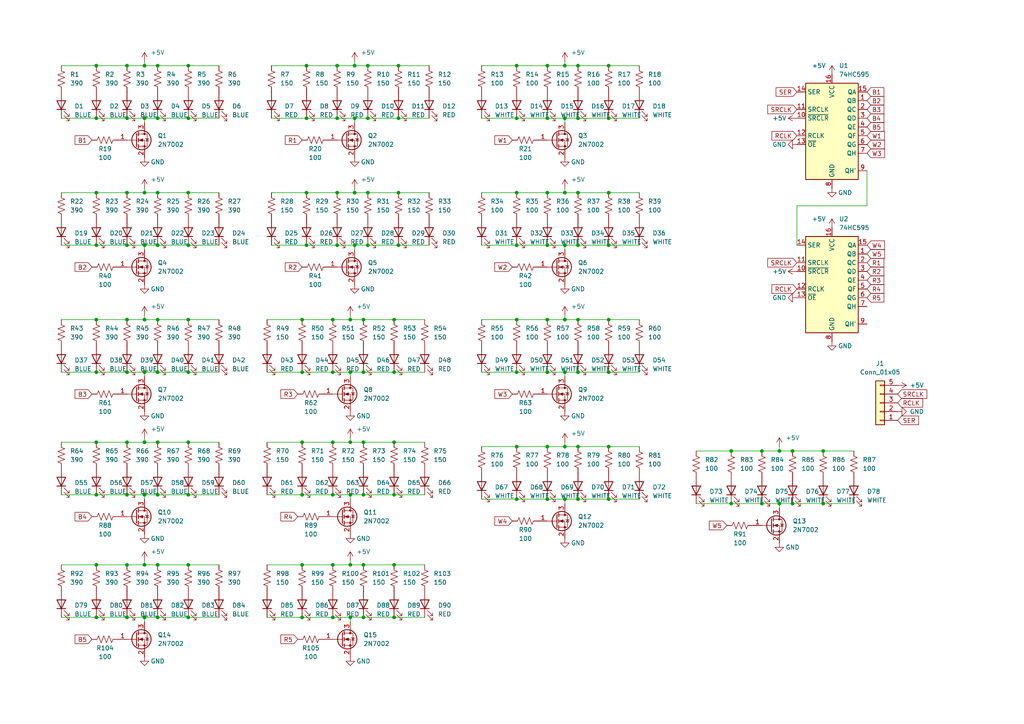
<source format=kicad_sch>
(kicad_sch (version 20211123) (generator eeschema)
  (paper "A4")
  (junction (at 158.75 92.71))
  (junction (at 105.41 92.71))
  (junction (at 115.57 71.12))
  (junction (at 115.57 19.05))
  (junction (at 167.64 55.88))
  (junction (at 54.61 55.88))
  (junction (at 54.61 128.27))
  (junction (at 45.72 107.95))
  (junction (at 229.87 130.81))
  (junction (at 163.83 34.29))
  (junction (at 97.79 34.29))
  (junction (at 105.41 128.27))
  (junction (at 96.52 107.95))
  (junction (at 36.83 92.71))
  (junction (at 149.86 34.29))
  (junction (at 226.06 146.05))
  (junction (at 105.41 179.07))
  (junction (at 176.53 129.54))
  (junction (at 96.52 143.51))
  (junction (at 167.64 19.05))
  (junction (at 45.72 34.29))
  (junction (at 149.86 92.71))
  (junction (at 149.86 107.95))
  (junction (at 41.91 92.71))
  (junction (at 102.87 19.05))
  (junction (at 41.91 163.83))
  (junction (at 149.86 55.88))
  (junction (at 96.52 92.71))
  (junction (at 54.61 71.12))
  (junction (at 36.83 71.12))
  (junction (at 36.83 128.27))
  (junction (at 101.6 163.83))
  (junction (at 106.68 19.05))
  (junction (at 27.94 128.27))
  (junction (at 101.6 179.07))
  (junction (at 101.6 143.51))
  (junction (at 36.83 143.51))
  (junction (at 149.86 129.54))
  (junction (at 176.53 92.71))
  (junction (at 54.61 34.29))
  (junction (at 54.61 163.83))
  (junction (at 163.83 129.54))
  (junction (at 101.6 128.27))
  (junction (at 220.98 130.81))
  (junction (at 87.63 92.71))
  (junction (at 54.61 107.95))
  (junction (at 27.94 143.51))
  (junction (at 87.63 128.27))
  (junction (at 27.94 107.95))
  (junction (at 101.6 92.71))
  (junction (at 115.57 34.29))
  (junction (at 97.79 19.05))
  (junction (at 163.83 144.78))
  (junction (at 54.61 179.07))
  (junction (at 45.72 92.71))
  (junction (at 106.68 55.88))
  (junction (at 114.3 179.07))
  (junction (at 114.3 143.51))
  (junction (at 27.94 179.07))
  (junction (at 106.68 34.29))
  (junction (at 36.83 19.05))
  (junction (at 88.9 71.12))
  (junction (at 115.57 55.88))
  (junction (at 149.86 71.12))
  (junction (at 41.91 55.88))
  (junction (at 88.9 19.05))
  (junction (at 167.64 71.12))
  (junction (at 163.83 107.95))
  (junction (at 167.64 34.29))
  (junction (at 212.09 146.05))
  (junction (at 158.75 107.95))
  (junction (at 36.83 179.07))
  (junction (at 36.83 55.88))
  (junction (at 176.53 34.29))
  (junction (at 167.64 129.54))
  (junction (at 167.64 92.71))
  (junction (at 87.63 179.07))
  (junction (at 158.75 34.29))
  (junction (at 96.52 163.83))
  (junction (at 158.75 55.88))
  (junction (at 163.83 71.12))
  (junction (at 96.52 179.07))
  (junction (at 88.9 55.88))
  (junction (at 105.41 143.51))
  (junction (at 27.94 71.12))
  (junction (at 226.06 130.81))
  (junction (at 41.91 34.29))
  (junction (at 45.72 55.88))
  (junction (at 54.61 19.05))
  (junction (at 167.64 144.78))
  (junction (at 41.91 107.95))
  (junction (at 102.87 34.29))
  (junction (at 41.91 179.07))
  (junction (at 114.3 107.95))
  (junction (at 106.68 71.12))
  (junction (at 41.91 71.12))
  (junction (at 101.6 107.95))
  (junction (at 27.94 163.83))
  (junction (at 102.87 55.88))
  (junction (at 36.83 107.95))
  (junction (at 167.64 107.95))
  (junction (at 54.61 92.71))
  (junction (at 45.72 71.12))
  (junction (at 114.3 163.83))
  (junction (at 45.72 128.27))
  (junction (at 41.91 128.27))
  (junction (at 27.94 34.29))
  (junction (at 87.63 143.51))
  (junction (at 45.72 163.83))
  (junction (at 229.87 146.05))
  (junction (at 97.79 55.88))
  (junction (at 27.94 92.71))
  (junction (at 105.41 107.95))
  (junction (at 176.53 71.12))
  (junction (at 102.87 71.12))
  (junction (at 88.9 34.29))
  (junction (at 114.3 92.71))
  (junction (at 158.75 129.54))
  (junction (at 45.72 179.07))
  (junction (at 105.41 163.83))
  (junction (at 114.3 128.27))
  (junction (at 97.79 71.12))
  (junction (at 27.94 55.88))
  (junction (at 96.52 128.27))
  (junction (at 41.91 19.05))
  (junction (at 149.86 144.78))
  (junction (at 158.75 144.78))
  (junction (at 212.09 130.81))
  (junction (at 176.53 144.78))
  (junction (at 27.94 19.05))
  (junction (at 54.61 143.51))
  (junction (at 36.83 163.83))
  (junction (at 149.86 19.05))
  (junction (at 176.53 107.95))
  (junction (at 238.76 130.81))
  (junction (at 45.72 19.05))
  (junction (at 158.75 19.05))
  (junction (at 41.91 143.51))
  (junction (at 163.83 55.88))
  (junction (at 45.72 143.51))
  (junction (at 176.53 19.05))
  (junction (at 36.83 34.29))
  (junction (at 176.53 55.88))
  (junction (at 163.83 19.05))
  (junction (at 220.98 146.05))
  (junction (at 87.63 107.95))
  (junction (at 158.75 71.12))
  (junction (at 87.63 163.83))
  (junction (at 238.76 146.05))
  (junction (at 163.83 92.71))
  (wire (pts (xy 139.7 55.88) (xy 149.86 55.88)))
  (wire (pts (xy 27.94 128.27) (xy 36.83 128.27)))
  (wire (pts (xy 158.75 144.78) (xy 163.83 144.78)))
  (wire (pts (xy 106.68 71.12) (xy 115.57 71.12)))
  (wire (pts (xy 226.06 130.81) (xy 229.87 130.81)))
  (wire (pts (xy 27.94 19.05) (xy 36.83 19.05)))
  (wire (pts (xy 105.41 143.51) (xy 114.3 143.51)))
  (wire (pts (xy 41.91 34.29) (xy 41.91 35.56)))
  (wire (pts (xy 226.06 146.05) (xy 229.87 146.05)))
  (wire (pts (xy 139.7 144.78) (xy 149.86 144.78)))
  (wire (pts (xy 149.86 34.29) (xy 158.75 34.29)))
  (wire (pts (xy 167.64 55.88) (xy 176.53 55.88)))
  (wire (pts (xy 96.52 163.83) (xy 101.6 163.83)))
  (wire (pts (xy 114.3 163.83) (xy 123.19 163.83)))
  (wire (pts (xy 101.6 107.95) (xy 101.6 109.22)))
  (wire (pts (xy 17.78 55.88) (xy 27.94 55.88)))
  (wire (pts (xy 96.52 143.51) (xy 101.6 143.51)))
  (wire (pts (xy 251.46 49.53) (xy 251.46 59.69)))
  (wire (pts (xy 176.53 129.54) (xy 185.42 129.54)))
  (wire (pts (xy 17.78 19.05) (xy 27.94 19.05)))
  (wire (pts (xy 212.09 146.05) (xy 220.98 146.05)))
  (wire (pts (xy 97.79 19.05) (xy 102.87 19.05)))
  (wire (pts (xy 36.83 92.71) (xy 41.91 92.71)))
  (wire (pts (xy 158.75 107.95) (xy 163.83 107.95)))
  (wire (pts (xy 102.87 71.12) (xy 102.87 72.39)))
  (wire (pts (xy 114.3 143.51) (xy 123.19 143.51)))
  (wire (pts (xy 77.47 163.83) (xy 87.63 163.83)))
  (wire (pts (xy 41.91 107.95) (xy 45.72 107.95)))
  (wire (pts (xy 41.91 143.51) (xy 45.72 143.51)))
  (wire (pts (xy 27.94 107.95) (xy 36.83 107.95)))
  (wire (pts (xy 36.83 19.05) (xy 41.91 19.05)))
  (wire (pts (xy 201.93 130.81) (xy 212.09 130.81)))
  (wire (pts (xy 36.83 179.07) (xy 41.91 179.07)))
  (wire (pts (xy 54.61 143.51) (xy 63.5 143.51)))
  (wire (pts (xy 88.9 55.88) (xy 97.79 55.88)))
  (wire (pts (xy 106.68 34.29) (xy 115.57 34.29)))
  (wire (pts (xy 167.64 71.12) (xy 176.53 71.12)))
  (wire (pts (xy 105.41 163.83) (xy 114.3 163.83)))
  (wire (pts (xy 158.75 34.29) (xy 163.83 34.29)))
  (wire (pts (xy 45.72 107.95) (xy 54.61 107.95)))
  (wire (pts (xy 102.87 34.29) (xy 106.68 34.29)))
  (wire (pts (xy 163.83 19.05) (xy 167.64 19.05)))
  (wire (pts (xy 17.78 163.83) (xy 27.94 163.83)))
  (wire (pts (xy 27.94 55.88) (xy 36.83 55.88)))
  (wire (pts (xy 45.72 55.88) (xy 54.61 55.88)))
  (wire (pts (xy 158.75 71.12) (xy 163.83 71.12)))
  (wire (pts (xy 27.94 179.07) (xy 36.83 179.07)))
  (wire (pts (xy 101.6 92.71) (xy 105.41 92.71)))
  (wire (pts (xy 54.61 163.83) (xy 63.5 163.83)))
  (wire (pts (xy 45.72 34.29) (xy 54.61 34.29)))
  (wire (pts (xy 17.78 34.29) (xy 27.94 34.29)))
  (wire (pts (xy 106.68 55.88) (xy 115.57 55.88)))
  (wire (pts (xy 96.52 107.95) (xy 101.6 107.95)))
  (wire (pts (xy 27.94 71.12) (xy 36.83 71.12)))
  (wire (pts (xy 41.91 55.88) (xy 45.72 55.88)))
  (wire (pts (xy 231.14 59.69) (xy 231.14 71.12)))
  (wire (pts (xy 149.86 129.54) (xy 158.75 129.54)))
  (wire (pts (xy 163.83 34.29) (xy 163.83 35.56)))
  (wire (pts (xy 176.53 71.12) (xy 185.42 71.12)))
  (wire (pts (xy 41.91 143.51) (xy 41.91 144.78)))
  (wire (pts (xy 115.57 71.12) (xy 124.46 71.12)))
  (wire (pts (xy 176.53 34.29) (xy 185.42 34.29)))
  (wire (pts (xy 96.52 128.27) (xy 101.6 128.27)))
  (wire (pts (xy 45.72 163.83) (xy 54.61 163.83)))
  (wire (pts (xy 158.75 19.05) (xy 163.83 19.05)))
  (wire (pts (xy 78.74 34.29) (xy 88.9 34.29)))
  (wire (pts (xy 114.3 107.95) (xy 123.19 107.95)))
  (wire (pts (xy 41.91 162.56) (xy 41.91 163.83)))
  (wire (pts (xy 101.6 128.27) (xy 105.41 128.27)))
  (wire (pts (xy 27.94 163.83) (xy 36.83 163.83)))
  (wire (pts (xy 105.41 92.71) (xy 114.3 92.71)))
  (wire (pts (xy 36.83 163.83) (xy 41.91 163.83)))
  (wire (pts (xy 163.83 55.88) (xy 167.64 55.88)))
  (wire (pts (xy 78.74 71.12) (xy 88.9 71.12)))
  (wire (pts (xy 226.06 146.05) (xy 226.06 147.32)))
  (wire (pts (xy 163.83 17.78) (xy 163.83 19.05)))
  (wire (pts (xy 101.6 127) (xy 101.6 128.27)))
  (wire (pts (xy 41.91 71.12) (xy 41.91 72.39)))
  (wire (pts (xy 54.61 128.27) (xy 63.5 128.27)))
  (wire (pts (xy 54.61 92.71) (xy 63.5 92.71)))
  (wire (pts (xy 41.91 163.83) (xy 45.72 163.83)))
  (wire (pts (xy 158.75 92.71) (xy 163.83 92.71)))
  (wire (pts (xy 77.47 92.71) (xy 87.63 92.71)))
  (wire (pts (xy 238.76 130.81) (xy 247.65 130.81)))
  (wire (pts (xy 102.87 19.05) (xy 106.68 19.05)))
  (wire (pts (xy 167.64 129.54) (xy 176.53 129.54)))
  (wire (pts (xy 36.83 34.29) (xy 41.91 34.29)))
  (wire (pts (xy 105.41 179.07) (xy 114.3 179.07)))
  (wire (pts (xy 167.64 19.05) (xy 176.53 19.05)))
  (wire (pts (xy 101.6 162.56) (xy 101.6 163.83)))
  (wire (pts (xy 41.91 179.07) (xy 41.91 180.34)))
  (wire (pts (xy 167.64 34.29) (xy 176.53 34.29)))
  (wire (pts (xy 149.86 55.88) (xy 158.75 55.88)))
  (wire (pts (xy 36.83 143.51) (xy 41.91 143.51)))
  (wire (pts (xy 139.7 71.12) (xy 149.86 71.12)))
  (wire (pts (xy 139.7 34.29) (xy 149.86 34.29)))
  (wire (pts (xy 54.61 19.05) (xy 63.5 19.05)))
  (wire (pts (xy 176.53 19.05) (xy 185.42 19.05)))
  (wire (pts (xy 54.61 107.95) (xy 63.5 107.95)))
  (wire (pts (xy 101.6 143.51) (xy 105.41 143.51)))
  (wire (pts (xy 115.57 55.88) (xy 124.46 55.88)))
  (wire (pts (xy 36.83 107.95) (xy 41.91 107.95)))
  (wire (pts (xy 41.91 92.71) (xy 45.72 92.71)))
  (wire (pts (xy 139.7 107.95) (xy 149.86 107.95)))
  (wire (pts (xy 167.64 92.71) (xy 176.53 92.71)))
  (wire (pts (xy 27.94 34.29) (xy 36.83 34.29)))
  (wire (pts (xy 87.63 128.27) (xy 96.52 128.27)))
  (wire (pts (xy 17.78 71.12) (xy 27.94 71.12)))
  (wire (pts (xy 45.72 19.05) (xy 54.61 19.05)))
  (wire (pts (xy 54.61 34.29) (xy 63.5 34.29)))
  (wire (pts (xy 115.57 19.05) (xy 124.46 19.05)))
  (wire (pts (xy 77.47 143.51) (xy 87.63 143.51)))
  (wire (pts (xy 102.87 34.29) (xy 102.87 35.56)))
  (wire (pts (xy 158.75 55.88) (xy 163.83 55.88)))
  (wire (pts (xy 105.41 107.95) (xy 114.3 107.95)))
  (wire (pts (xy 45.72 92.71) (xy 54.61 92.71)))
  (wire (pts (xy 114.3 92.71) (xy 123.19 92.71)))
  (wire (pts (xy 87.63 143.51) (xy 96.52 143.51)))
  (wire (pts (xy 45.72 71.12) (xy 54.61 71.12)))
  (wire (pts (xy 163.83 107.95) (xy 163.83 109.22)))
  (wire (pts (xy 54.61 179.07) (xy 63.5 179.07)))
  (wire (pts (xy 27.94 143.51) (xy 36.83 143.51)))
  (wire (pts (xy 149.86 71.12) (xy 158.75 71.12)))
  (wire (pts (xy 77.47 107.95) (xy 87.63 107.95)))
  (wire (pts (xy 163.83 91.44) (xy 163.83 92.71)))
  (wire (pts (xy 106.68 19.05) (xy 115.57 19.05)))
  (wire (pts (xy 163.83 71.12) (xy 167.64 71.12)))
  (wire (pts (xy 163.83 54.61) (xy 163.83 55.88)))
  (wire (pts (xy 163.83 107.95) (xy 167.64 107.95)))
  (wire (pts (xy 97.79 71.12) (xy 102.87 71.12)))
  (wire (pts (xy 167.64 107.95) (xy 176.53 107.95)))
  (wire (pts (xy 54.61 55.88) (xy 63.5 55.88)))
  (wire (pts (xy 41.91 179.07) (xy 45.72 179.07)))
  (wire (pts (xy 149.86 19.05) (xy 158.75 19.05)))
  (wire (pts (xy 139.7 92.71) (xy 149.86 92.71)))
  (wire (pts (xy 41.91 54.61) (xy 41.91 55.88)))
  (wire (pts (xy 101.6 179.07) (xy 105.41 179.07)))
  (wire (pts (xy 229.87 146.05) (xy 238.76 146.05)))
  (wire (pts (xy 41.91 17.78) (xy 41.91 19.05)))
  (wire (pts (xy 176.53 144.78) (xy 185.42 144.78)))
  (wire (pts (xy 97.79 34.29) (xy 102.87 34.29)))
  (wire (pts (xy 36.83 55.88) (xy 41.91 55.88)))
  (wire (pts (xy 45.72 179.07) (xy 54.61 179.07)))
  (wire (pts (xy 163.83 128.27) (xy 163.83 129.54)))
  (wire (pts (xy 87.63 163.83) (xy 96.52 163.83)))
  (wire (pts (xy 77.47 179.07) (xy 87.63 179.07)))
  (wire (pts (xy 163.83 144.78) (xy 163.83 146.05)))
  (wire (pts (xy 176.53 92.71) (xy 185.42 92.71)))
  (wire (pts (xy 36.83 128.27) (xy 41.91 128.27)))
  (wire (pts (xy 45.72 143.51) (xy 54.61 143.51)))
  (wire (pts (xy 101.6 107.95) (xy 105.41 107.95)))
  (wire (pts (xy 96.52 92.71) (xy 101.6 92.71)))
  (wire (pts (xy 54.61 71.12) (xy 63.5 71.12)))
  (wire (pts (xy 163.83 34.29) (xy 167.64 34.29)))
  (wire (pts (xy 226.06 129.54) (xy 226.06 130.81)))
  (wire (pts (xy 88.9 19.05) (xy 97.79 19.05)))
  (wire (pts (xy 41.91 128.27) (xy 45.72 128.27)))
  (wire (pts (xy 229.87 130.81) (xy 238.76 130.81)))
  (wire (pts (xy 45.72 128.27) (xy 54.61 128.27)))
  (wire (pts (xy 139.7 19.05) (xy 149.86 19.05)))
  (wire (pts (xy 158.75 129.54) (xy 163.83 129.54)))
  (wire (pts (xy 17.78 143.51) (xy 27.94 143.51)))
  (wire (pts (xy 36.83 71.12) (xy 41.91 71.12)))
  (wire (pts (xy 163.83 144.78) (xy 167.64 144.78)))
  (wire (pts (xy 167.64 144.78) (xy 176.53 144.78)))
  (wire (pts (xy 163.83 92.71) (xy 167.64 92.71)))
  (wire (pts (xy 27.94 92.71) (xy 36.83 92.71)))
  (wire (pts (xy 212.09 130.81) (xy 220.98 130.81)))
  (wire (pts (xy 77.47 128.27) (xy 87.63 128.27)))
  (wire (pts (xy 101.6 143.51) (xy 101.6 144.78)))
  (wire (pts (xy 114.3 128.27) (xy 123.19 128.27)))
  (wire (pts (xy 41.91 91.44) (xy 41.91 92.71)))
  (wire (pts (xy 88.9 71.12) (xy 97.79 71.12)))
  (wire (pts (xy 87.63 179.07) (xy 96.52 179.07)))
  (wire (pts (xy 41.91 19.05) (xy 45.72 19.05)))
  (wire (pts (xy 41.91 34.29) (xy 45.72 34.29)))
  (wire (pts (xy 87.63 92.71) (xy 96.52 92.71)))
  (wire (pts (xy 41.91 107.95) (xy 41.91 109.22)))
  (wire (pts (xy 102.87 71.12) (xy 106.68 71.12)))
  (wire (pts (xy 78.74 19.05) (xy 88.9 19.05)))
  (wire (pts (xy 101.6 163.83) (xy 105.41 163.83)))
  (wire (pts (xy 102.87 55.88) (xy 106.68 55.88)))
  (wire (pts (xy 163.83 129.54) (xy 167.64 129.54)))
  (wire (pts (xy 220.98 146.05) (xy 226.06 146.05)))
  (wire (pts (xy 114.3 179.07) (xy 123.19 179.07)))
  (wire (pts (xy 17.78 92.71) (xy 27.94 92.71)))
  (wire (pts (xy 78.74 55.88) (xy 88.9 55.88)))
  (wire (pts (xy 41.91 127) (xy 41.91 128.27)))
  (wire (pts (xy 102.87 54.61) (xy 102.87 55.88)))
  (wire (pts (xy 101.6 91.44) (xy 101.6 92.71)))
  (wire (pts (xy 96.52 179.07) (xy 101.6 179.07)))
  (wire (pts (xy 17.78 128.27) (xy 27.94 128.27)))
  (wire (pts (xy 149.86 107.95) (xy 158.75 107.95)))
  (wire (pts (xy 115.57 34.29) (xy 124.46 34.29)))
  (wire (pts (xy 238.76 146.05) (xy 247.65 146.05)))
  (wire (pts (xy 176.53 107.95) (xy 185.42 107.95)))
  (wire (pts (xy 17.78 179.07) (xy 27.94 179.07)))
  (wire (pts (xy 149.86 92.71) (xy 158.75 92.71)))
  (wire (pts (xy 87.63 107.95) (xy 96.52 107.95)))
  (wire (pts (xy 102.87 17.78) (xy 102.87 19.05)))
  (wire (pts (xy 139.7 129.54) (xy 149.86 129.54)))
  (wire (pts (xy 101.6 179.07) (xy 101.6 180.34)))
  (wire (pts (xy 88.9 34.29) (xy 97.79 34.29)))
  (wire (pts (xy 163.83 71.12) (xy 163.83 72.39)))
  (wire (pts (xy 201.93 146.05) (xy 212.09 146.05)))
  (wire (pts (xy 251.46 59.69) (xy 231.14 59.69)))
  (wire (pts (xy 220.98 130.81) (xy 226.06 130.81)))
  (wire (pts (xy 105.41 128.27) (xy 114.3 128.27)))
  (wire (pts (xy 97.79 55.88) (xy 102.87 55.88)))
  (wire (pts (xy 17.78 107.95) (xy 27.94 107.95)))
  (wire (pts (xy 176.53 55.88) (xy 185.42 55.88)))
  (wire (pts (xy 41.91 71.12) (xy 45.72 71.12)))
  (wire (pts (xy 149.86 144.78) (xy 158.75 144.78)))
  (global_label "W3" (shape input) (at 251.46 44.45 0) (property "Intersheet References" "${INTERSHEET_REFS}" (effects hide)))
  (global_label "W5" (shape input) (at 251.46 73.66 0) (property "Intersheet References" "${INTERSHEET_REFS}" (effects hide)))
  (global_label "SER" (shape input) (at 231.14 26.67 180) (property "Intersheet References" "${INTERSHEET_REFS}" (effects hide)))
  (global_label "W2" (shape input) (at 251.46 41.91 0) (property "Intersheet References" "${INTERSHEET_REFS}" (effects hide)))
  (global_label "B1" (shape input) (at 251.46 26.67 0) (property "Intersheet References" "${INTERSHEET_REFS}" (effects hide)))
  (global_label "R5" (shape input) (at 251.46 86.36 0) (property "Intersheet References" "${INTERSHEET_REFS}" (effects hide)))
  (global_label "W3" (shape input) (at 148.59 114.3 180) (property "Intersheet References" "${INTERSHEET_REFS}" (effects hide)))
  (global_label "RCLK" (shape input) (at 260.35 116.84 0) (property "Intersheet References" "${INTERSHEET_REFS}" (effects hide)))
  (global_label "W4" (shape input) (at 148.59 151.13 180) (property "Intersheet References" "${INTERSHEET_REFS}" (effects hide)))
  (global_label "R2" (shape input) (at 251.46 78.74 0) (property "Intersheet References" "${INTERSHEET_REFS}" (effects hide)))
  (global_label "B5" (shape input) (at 251.46 36.83 0) (property "Intersheet References" "${INTERSHEET_REFS}" (effects hide)))
  (global_label "R5" (shape input) (at 86.36 185.42 180) (property "Intersheet References" "${INTERSHEET_REFS}" (effects hide)))
  (global_label "B2" (shape input) (at 26.67 77.47 180) (property "Intersheet References" "${INTERSHEET_REFS}" (effects hide)))
  (global_label "SRCLK" (shape input) (at 260.35 114.3 0) (property "Intersheet References" "${INTERSHEET_REFS}" (effects hide)))
  (global_label "W2" (shape input) (at 148.59 77.47 180) (property "Intersheet References" "${INTERSHEET_REFS}" (effects hide)))
  (global_label "W1" (shape input) (at 251.46 39.37 0) (property "Intersheet References" "${INTERSHEET_REFS}" (effects hide)))
  (global_label "B4" (shape input) (at 251.46 34.29 0) (property "Intersheet References" "${INTERSHEET_REFS}" (effects hide)))
  (global_label "R4" (shape input) (at 86.36 149.86 180) (property "Intersheet References" "${INTERSHEET_REFS}" (effects hide)))
  (global_label "B2" (shape input) (at 251.46 29.21 0) (property "Intersheet References" "${INTERSHEET_REFS}" (effects hide)))
  (global_label "R3" (shape input) (at 251.46 81.28 0) (property "Intersheet References" "${INTERSHEET_REFS}" (effects hide)))
  (global_label "B1" (shape input) (at 26.67 40.64 180) (property "Intersheet References" "${INTERSHEET_REFS}" (effects hide)))
  (global_label "R1" (shape input) (at 251.46 76.2 0) (property "Intersheet References" "${INTERSHEET_REFS}" (effects hide)))
  (global_label "W5" (shape input) (at 210.82 152.4 180) (property "Intersheet References" "${INTERSHEET_REFS}" (effects hide)))
  (global_label "R3" (shape input) (at 86.36 114.3 180) (property "Intersheet References" "${INTERSHEET_REFS}" (effects hide)))
  (global_label "B3" (shape input) (at 26.67 114.3 180) (property "Intersheet References" "${INTERSHEET_REFS}" (effects hide)))
  (global_label "SRCLK" (shape input) (at 231.14 31.75 180) (property "Intersheet References" "${INTERSHEET_REFS}" (effects hide)))
  (global_label "RCLK" (shape input) (at 231.14 39.37 180) (property "Intersheet References" "${INTERSHEET_REFS}" (effects hide)))
  (global_label "W4" (shape input) (at 251.46 71.12 0) (property "Intersheet References" "${INTERSHEET_REFS}" (effects hide)))
  (global_label "R4" (shape input) (at 251.46 83.82 0) (property "Intersheet References" "${INTERSHEET_REFS}" (effects hide)))
  (global_label "R2" (shape input) (at 87.63 77.47 180) (property "Intersheet References" "${INTERSHEET_REFS}" (effects hide)))
  (global_label "B4" (shape input) (at 26.67 149.86 180) (property "Intersheet References" "${INTERSHEET_REFS}" (effects hide)))
  (global_label "RCLK" (shape input) (at 231.14 83.82 180) (property "Intersheet References" "${INTERSHEET_REFS}" (effects hide)))
  (global_label "SRCLK" (shape input) (at 231.14 76.2 180) (property "Intersheet References" "${INTERSHEET_REFS}" (effects hide)))
  (global_label "B5" (shape input) (at 26.67 185.42 180) (property "Intersheet References" "${INTERSHEET_REFS}" (effects hide)))
  (global_label "W1" (shape input) (at 148.59 40.64 180) (property "Intersheet References" "${INTERSHEET_REFS}" (effects hide)))
  (global_label "B3" (shape input) (at 251.46 31.75 0) (property "Intersheet References" "${INTERSHEET_REFS}" (effects hide)))
  (global_label "R1" (shape input) (at 87.63 40.64 180) (property "Intersheet References" "${INTERSHEET_REFS}" (effects hide)))
  (global_label "SER" (shape input) (at 260.35 121.92 0) (property "Intersheet References" "${INTERSHEET_REFS}" (effects hide)))
  (symbol (lib_id "Device:R_US") (at 106.68 59.69 180) (unit 1)
    (property "Reference" "R31" (at 109.22 58.4199 0) (effects (justify right)))
    (property "Value" "150" (at 109.22 60.9599 0) (effects (justify right)))
    (property "Footprint" "Resistor_SMD:R_0603_1608Metric" (effects hide))
  )
  (symbol (lib_id "Device:R_US") (at 229.87 134.62 180) (unit 1)
    (property "Reference" "R85" (at 232.41 133.3499 0) (effects (justify right)))
    (property "Value" "100" (at 232.41 135.8899 0) (effects (justify right)))
    (property "Footprint" "Resistor_SMD:R_0603_1608Metric" (effects hide))
  )
  (symbol (lib_id "Device:LED") (at 149.86 30.48 90) (unit 1)
    (property "Reference" "D14" (at 153.67 30.7974 90) (effects (justify right)))
    (property "Value" "WHITE" (at 153.67 33.3374 90) (effects (justify right)))
    (property "Footprint" "LED_SMD:LED_0603_1608Metric" (effects hide))
  )
  (symbol (lib_id "Transistor_FET:2N7002") (at 39.37 185.42 0) (unit 1)
    (property "Reference" "Q14" (at 45.72 184.1499 0) (effects (justify left)))
    (property "Value" "2N7002" (at 45.72 186.6899 0) (effects (justify left)))
    (property "Footprint" "Package_TO_SOT_SMD:SOT-23" (effects hide))
    (property "Datasheet" "https://www.onsemi.com/pub/Collateral/NDS7002A-D.PDF" (effects hide))
  )
  (symbol (lib_id "Device:LED") (at 17.78 30.48 90) (unit 1)
    (property "Reference" "D1" (at 21.59 30.7974 90) (effects (justify right)))
    (property "Value" "BLUE" (at 21.59 33.3374 90) (effects (justify right)))
    (property "Footprint" "LED_SMD:LED_0603_1608Metric" (effects hide))
  )
  (symbol (lib_id "power:+5V") (at 41.91 54.61 0) (unit 1)
    (property "Reference" "#PWR010" (effects hide))
    (property "Value" "+5V" (at 45.72 52.07 0))
  )
  (symbol (lib_id "Device:R_US") (at 88.9 59.69 180) (unit 1)
    (property "Reference" "R29" (at 91.44 58.4199 0) (effects (justify right)))
    (property "Value" "150" (at 91.44 60.9599 0) (effects (justify right)))
    (property "Footprint" "Resistor_SMD:R_0603_1608Metric" (effects hide))
  )
  (symbol (lib_id "Device:R_US") (at 87.63 167.64 180) (unit 1)
    (property "Reference" "R99" (at 90.17 166.3699 0) (effects (justify right)))
    (property "Value" "150" (at 90.17 168.9099 0) (effects (justify right)))
    (property "Footprint" "Resistor_SMD:R_0603_1608Metric" (effects hide))
  )
  (symbol (lib_id "Device:LED") (at 36.83 175.26 90) (unit 1)
    (property "Reference" "D81" (at 40.64 175.5774 90) (effects (justify right)))
    (property "Value" "BLUE" (at 40.64 178.1174 90) (effects (justify right)))
    (property "Footprint" "LED_SMD:LED_0603_1608Metric" (effects hide))
  )
  (symbol (lib_id "Device:R_US") (at 87.63 96.52 180) (unit 1)
    (property "Reference" "R50" (at 90.17 95.2499 0) (effects (justify right)))
    (property "Value" "150" (at 90.17 97.7899 0) (effects (justify right)))
    (property "Footprint" "Resistor_SMD:R_0603_1608Metric" (effects hide))
  )
  (symbol (lib_id "Device:R_US") (at 212.09 134.62 180) (unit 1)
    (property "Reference" "R83" (at 214.63 133.3499 0) (effects (justify right)))
    (property "Value" "100" (at 214.63 135.8899 0) (effects (justify right)))
    (property "Footprint" "Resistor_SMD:R_0603_1608Metric" (effects hide))
  )
  (symbol (lib_id "Device:R_US") (at 77.47 167.64 180) (unit 1)
    (property "Reference" "R98" (at 80.01 166.3699 0) (effects (justify right)))
    (property "Value" "150" (at 80.01 168.9099 0) (effects (justify right)))
    (property "Footprint" "Resistor_SMD:R_0603_1608Metric" (effects hide))
  )
  (symbol (lib_id "Device:LED") (at 77.47 104.14 90) (unit 1)
    (property "Reference" "D43" (at 81.28 104.4574 90) (effects (justify right)))
    (property "Value" "RED" (at 81.28 106.9974 90) (effects (justify right)))
    (property "Footprint" "LED_SMD:LED_0603_1608Metric" (effects hide))
  )
  (symbol (lib_id "Device:R_US") (at 139.7 22.86 180) (unit 1)
    (property "Reference" "R13" (at 142.24 21.5899 0) (effects (justify right)))
    (property "Value" "100" (at 142.24 24.1299 0) (effects (justify right)))
    (property "Footprint" "Resistor_SMD:R_0603_1608Metric" (effects hide))
  )
  (symbol (lib_id "Device:R_US") (at 115.57 22.86 180) (unit 1)
    (property "Reference" "R11" (at 118.11 21.5899 0) (effects (justify right)))
    (property "Value" "150" (at 118.11 24.1299 0) (effects (justify right)))
    (property "Footprint" "Resistor_SMD:R_0603_1608Metric" (effects hide))
  )
  (symbol (lib_id "Device:LED") (at 149.86 67.31 90) (unit 1)
    (property "Reference" "D32" (at 153.67 67.6274 90) (effects (justify right)))
    (property "Value" "WHITE" (at 153.67 70.1674 90) (effects (justify right)))
    (property "Footprint" "LED_SMD:LED_0603_1608Metric" (effects hide))
  )
  (symbol (lib_id "Device:LED") (at 247.65 142.24 90) (unit 1)
    (property "Reference" "D78" (at 251.46 142.5574 90) (effects (justify right)))
    (property "Value" "WHITE" (at 251.46 145.0974 90) (effects (justify right)))
    (property "Footprint" "LED_SMD:LED_0603_1608Metric" (effects hide))
  )
  (symbol (lib_id "Device:LED") (at 63.5 139.7 90) (unit 1)
    (property "Reference" "D60" (at 67.31 140.0174 90) (effects (justify right)))
    (property "Value" "BLUE" (at 67.31 142.5574 90) (effects (justify right)))
    (property "Footprint" "LED_SMD:LED_0603_1608Metric" (effects hide))
  )
  (symbol (lib_id "Device:LED") (at 139.7 67.31 90) (unit 1)
    (property "Reference" "D31" (at 143.51 67.6274 90) (effects (justify right)))
    (property "Value" "WHITE" (at 143.51 70.1674 90) (effects (justify right)))
    (property "Footprint" "LED_SMD:LED_0603_1608Metric" (effects hide))
  )
  (symbol (lib_id "power:GND") (at 102.87 82.55 0) (unit 1)
    (property "Reference" "#PWR017" (effects hide))
    (property "Value" "GND" (at 106.68 83.82 0))
  )
  (symbol (lib_id "Device:R_US") (at 87.63 132.08 180) (unit 1)
    (property "Reference" "R71" (at 90.17 130.8099 0) (effects (justify right)))
    (property "Value" "150" (at 90.17 133.3499 0) (effects (justify right)))
    (property "Footprint" "Resistor_SMD:R_0603_1608Metric" (effects hide))
  )
  (symbol (lib_id "Device:R_US") (at 152.4 151.13 90) (unit 1)
    (property "Reference" "R90" (at 152.4 153.67 90))
    (property "Value" "100" (at 152.4 156.21 90))
    (property "Footprint" "Resistor_SMD:R_0603_1608Metric" (effects hide))
  )
  (symbol (lib_id "power:+5V") (at 101.6 127 0) (unit 1)
    (property "Reference" "#PWR030" (effects hide))
    (property "Value" "+5V" (at 105.41 124.46 0))
  )
  (symbol (lib_id "Device:LED") (at 54.61 30.48 90) (unit 1)
    (property "Reference" "D5" (at 58.42 30.7974 90) (effects (justify right)))
    (property "Value" "BLUE" (at 58.42 33.3374 90) (effects (justify right)))
    (property "Footprint" "LED_SMD:LED_0603_1608Metric" (effects hide))
  )
  (symbol (lib_id "Device:LED") (at 36.83 67.31 90) (unit 1)
    (property "Reference" "D21" (at 40.64 67.6274 90) (effects (justify right)))
    (property "Value" "BLUE" (at 40.64 70.1674 90) (effects (justify right)))
    (property "Footprint" "LED_SMD:LED_0603_1608Metric" (effects hide))
  )
  (symbol (lib_id "Device:R_US") (at 90.17 149.86 90) (unit 1)
    (property "Reference" "R89" (at 90.17 152.4 90))
    (property "Value" "100" (at 90.17 154.94 90))
    (property "Footprint" "Resistor_SMD:R_0603_1608Metric" (effects hide))
  )
  (symbol (lib_id "Device:R_US") (at 123.19 132.08 180) (unit 1)
    (property "Reference" "R75" (at 125.73 130.8099 0) (effects (justify right)))
    (property "Value" "150" (at 125.73 133.3499 0) (effects (justify right)))
    (property "Footprint" "Resistor_SMD:R_0603_1608Metric" (effects hide))
  )
  (symbol (lib_id "Device:LED") (at 45.72 104.14 90) (unit 1)
    (property "Reference" "D40" (at 49.53 104.4574 90) (effects (justify right)))
    (property "Value" "BLUE" (at 49.53 106.9974 90) (effects (justify right)))
    (property "Footprint" "LED_SMD:LED_0603_1608Metric" (effects hide))
  )
  (symbol (lib_id "Device:LED") (at 17.78 175.26 90) (unit 1)
    (property "Reference" "D79" (at 21.59 175.5774 90) (effects (justify right)))
    (property "Value" "BLUE" (at 21.59 178.1174 90) (effects (justify right)))
    (property "Footprint" "LED_SMD:LED_0603_1608Metric" (effects hide))
  )
  (symbol (lib_id "Device:LED") (at 17.78 104.14 90) (unit 1)
    (property "Reference" "D37" (at 21.59 104.4574 90) (effects (justify right)))
    (property "Value" "BLUE" (at 21.59 106.9974 90) (effects (justify right)))
    (property "Footprint" "LED_SMD:LED_0603_1608Metric" (effects hide))
  )
  (symbol (lib_id "Device:LED") (at 212.09 142.24 90) (unit 1)
    (property "Reference" "D74" (at 215.9 142.5574 90) (effects (justify right)))
    (property "Value" "WHITE" (at 215.9 145.0974 90) (effects (justify right)))
    (property "Footprint" "LED_SMD:LED_0603_1608Metric" (effects hide))
  )
  (symbol (lib_id "Device:LED") (at 167.64 67.31 90) (unit 1)
    (property "Reference" "D34" (at 171.45 67.6274 90) (effects (justify right)))
    (property "Value" "WHITE" (at 171.45 70.1674 90) (effects (justify right)))
    (property "Footprint" "LED_SMD:LED_0603_1608Metric" (effects hide))
  )
  (symbol (lib_id "Device:LED") (at 123.19 175.26 90) (unit 1)
    (property "Reference" "D90" (at 127 175.5774 90) (effects (justify right)))
    (property "Value" "RED" (at 127 178.1174 90) (effects (justify right)))
    (property "Footprint" "LED_SMD:LED_0603_1608Metric" (effects hide))
  )
  (symbol (lib_id "Device:R_US") (at 63.5 132.08 180) (unit 1)
    (property "Reference" "R69" (at 66.04 130.8099 0) (effects (justify right)))
    (property "Value" "390" (at 66.04 133.3499 0) (effects (justify right)))
    (property "Footprint" "Resistor_SMD:R_0603_1608Metric" (effects hide))
  )
  (symbol (lib_id "Transistor_FET:2N7002") (at 39.37 114.3 0) (unit 1)
    (property "Reference" "Q7" (at 45.72 113.0299 0) (effects (justify left)))
    (property "Value" "2N7002" (at 45.72 115.5699 0) (effects (justify left)))
    (property "Footprint" "Package_TO_SOT_SMD:SOT-23" (effects hide))
    (property "Datasheet" "https://www.onsemi.com/pub/Collateral/NDS7002A-D.PDF" (effects hide))
  )
  (symbol (lib_id "Device:R_US") (at 30.48 149.86 90) (unit 1)
    (property "Reference" "R88" (at 30.48 152.4 90))
    (property "Value" "100" (at 30.48 154.94 90))
    (property "Footprint" "Resistor_SMD:R_0603_1608Metric" (effects hide))
  )
  (symbol (lib_id "Device:R_US") (at 91.44 40.64 90) (unit 1)
    (property "Reference" "R20" (at 91.44 43.18 90))
    (property "Value" "100" (at 91.44 45.72 90))
    (property "Footprint" "Resistor_SMD:R_0603_1608Metric" (effects hide))
  )
  (symbol (lib_id "Device:R_US") (at 36.83 132.08 180) (unit 1)
    (property "Reference" "R66" (at 39.37 130.8099 0) (effects (justify right)))
    (property "Value" "390" (at 39.37 133.3499 0) (effects (justify right)))
    (property "Footprint" "Resistor_SMD:R_0603_1608Metric" (effects hide))
  )
  (symbol (lib_id "Device:LED") (at 105.41 175.26 90) (unit 1)
    (property "Reference" "D88" (at 109.22 175.5774 90) (effects (justify right)))
    (property "Value" "RED" (at 109.22 178.1174 90) (effects (justify right)))
    (property "Footprint" "LED_SMD:LED_0603_1608Metric" (effects hide))
  )
  (symbol (lib_id "power:GND") (at 41.91 190.5 0) (unit 1)
    (property "Reference" "#PWR039" (effects hide))
    (property "Value" "GND" (at 45.72 191.77 0))
  )
  (symbol (lib_id "Device:R_US") (at 30.48 40.64 90) (unit 1)
    (property "Reference" "R19" (at 30.48 43.18 90))
    (property "Value" "100" (at 30.48 45.72 90))
    (property "Footprint" "Resistor_SMD:R_0603_1608Metric" (effects hide))
  )
  (symbol (lib_id "Device:R_US") (at 123.19 96.52 180) (unit 1)
    (property "Reference" "R54" (at 125.73 95.2499 0) (effects (justify right)))
    (property "Value" "150" (at 125.73 97.7899 0) (effects (justify right)))
    (property "Footprint" "Resistor_SMD:R_0603_1608Metric" (effects hide))
  )
  (symbol (lib_id "Device:R_US") (at 152.4 40.64 90) (unit 1)
    (property "Reference" "R21" (at 152.4 43.18 90))
    (property "Value" "100" (at 152.4 45.72 90))
    (property "Footprint" "Resistor_SMD:R_0603_1608Metric" (effects hide))
  )
  (symbol (lib_id "Device:R_US") (at 27.94 96.52 180) (unit 1)
    (property "Reference" "R44" (at 30.48 95.2499 0) (effects (justify right)))
    (property "Value" "390" (at 30.48 97.7899 0) (effects (justify right)))
    (property "Footprint" "Resistor_SMD:R_0603_1608Metric" (effects hide))
  )
  (symbol (lib_id "Device:LED") (at 106.68 30.48 90) (unit 1)
    (property "Reference" "D10" (at 110.49 30.7974 90) (effects (justify right)))
    (property "Value" "RED" (at 110.49 33.3374 90) (effects (justify right)))
    (property "Footprint" "LED_SMD:LED_0603_1608Metric" (effects hide))
  )
  (symbol (lib_id "Device:R_US") (at 54.61 132.08 180) (unit 1)
    (property "Reference" "R68" (at 57.15 130.8099 0) (effects (justify right)))
    (property "Value" "390" (at 57.15 133.3499 0) (effects (justify right)))
    (property "Footprint" "Resistor_SMD:R_0603_1608Metric" (effects hide))
  )
  (symbol (lib_id "Device:LED") (at 105.41 139.7 90) (unit 1)
    (property "Reference" "D64" (at 109.22 140.0174 90) (effects (justify right)))
    (property "Value" "RED" (at 109.22 142.5574 90) (effects (justify right)))
    (property "Footprint" "LED_SMD:LED_0603_1608Metric" (effects hide))
  )
  (symbol (lib_id "power:GND") (at 241.3 99.06 0) (unit 1)
    (property "Reference" "#PWR023" (effects hide))
    (property "Value" "GND" (at 245.11 100.33 0))
  )
  (symbol (lib_id "Device:R_US") (at 54.61 167.64 180) (unit 1)
    (property "Reference" "R96" (at 57.15 166.3699 0) (effects (justify right)))
    (property "Value" "390" (at 57.15 168.9099 0) (effects (justify right)))
    (property "Footprint" "Resistor_SMD:R_0603_1608Metric" (effects hide))
  )
  (symbol (lib_id "power:+5V") (at 101.6 91.44 0) (unit 1)
    (property "Reference" "#PWR021" (effects hide))
    (property "Value" "+5V" (at 105.41 88.9 0))
  )
  (symbol (lib_id "Device:R_US") (at 158.75 22.86 180) (unit 1)
    (property "Reference" "R15" (at 161.29 21.5899 0) (effects (justify right)))
    (property "Value" "100" (at 161.29 24.1299 0) (effects (justify right)))
    (property "Footprint" "Resistor_SMD:R_0603_1608Metric" (effects hide))
  )
  (symbol (lib_id "Device:R_US") (at 36.83 59.69 180) (unit 1)
    (property "Reference" "R24" (at 39.37 58.4199 0) (effects (justify right)))
    (property "Value" "390" (at 39.37 60.9599 0) (effects (justify right)))
    (property "Footprint" "Resistor_SMD:R_0603_1608Metric" (effects hide))
  )
  (symbol (lib_id "Device:LED") (at 115.57 67.31 90) (unit 1)
    (property "Reference" "D29" (at 119.38 67.6274 90) (effects (justify right)))
    (property "Value" "RED" (at 119.38 70.1674 90) (effects (justify right)))
    (property "Footprint" "LED_SMD:LED_0603_1608Metric" (effects hide))
  )
  (symbol (lib_id "Device:LED") (at 176.53 67.31 90) (unit 1)
    (property "Reference" "D35" (at 180.34 67.6274 90) (effects (justify right)))
    (property "Value" "WHITE" (at 180.34 70.1674 90) (effects (justify right)))
    (property "Footprint" "LED_SMD:LED_0603_1608Metric" (effects hide))
  )
  (symbol (lib_id "Transistor_FET:2N7002") (at 99.06 149.86 0) (unit 1)
    (property "Reference" "Q11" (at 105.41 148.5899 0) (effects (justify left)))
    (property "Value" "2N7002" (at 105.41 151.1299 0) (effects (justify left)))
    (property "Footprint" "Package_TO_SOT_SMD:SOT-23" (effects hide))
    (property "Datasheet" "https://www.onsemi.com/pub/Collateral/NDS7002A-D.PDF" (effects hide))
  )
  (symbol (lib_id "Device:R_US") (at 149.86 22.86 180) (unit 1)
    (property "Reference" "R14" (at 152.4 21.5899 0) (effects (justify right)))
    (property "Value" "100" (at 152.4 24.1299 0) (effects (justify right)))
    (property "Footprint" "Resistor_SMD:R_0603_1608Metric" (effects hide))
  )
  (symbol (lib_id "74xx:74HC595") (at 241.3 36.83 0) (unit 1)
    (property "Reference" "U1" (at 243.3194 19.05 0) (effects (justify left)))
    (property "Value" "74HC595" (at 243.3194 21.59 0) (effects (justify left)))
    (property "Footprint" "Package_SO:SOIC-16_3.9x9.9mm_P1.27mm" (effects hide))
    (property "Datasheet" "http://www.ti.com/lit/ds/symlink/sn74hc595.pdf" (effects hide))
  )
  (symbol (lib_id "Device:LED") (at 201.93 142.24 90) (unit 1)
    (property "Reference" "D73" (at 205.74 142.5574 90) (effects (justify right)))
    (property "Value" "WHITE" (at 205.74 145.0974 90) (effects (justify right)))
    (property "Footprint" "LED_SMD:LED_0603_1608Metric" (effects hide))
  )
  (symbol (lib_id "power:+5V") (at 163.83 91.44 0) (unit 1)
    (property "Reference" "#PWR022" (effects hide))
    (property "Value" "+5V" (at 167.64 88.9 0))
  )
  (symbol (lib_id "power:+5V") (at 41.91 17.78 0) (unit 1)
    (property "Reference" "#PWR01" (effects hide))
    (property "Value" "+5V" (at 45.72 15.24 0))
  )
  (symbol (lib_id "Device:R_US") (at 27.94 59.69 180) (unit 1)
    (property "Reference" "R23" (at 30.48 58.4199 0) (effects (justify right)))
    (property "Value" "390" (at 30.48 60.9599 0) (effects (justify right)))
    (property "Footprint" "Resistor_SMD:R_0603_1608Metric" (effects hide))
  )
  (symbol (lib_id "Device:R_US") (at 185.42 133.35 180) (unit 1)
    (property "Reference" "R81" (at 187.96 132.0799 0) (effects (justify right)))
    (property "Value" "100" (at 187.96 134.6199 0) (effects (justify right)))
    (property "Footprint" "Resistor_SMD:R_0603_1608Metric" (effects hide))
  )
  (symbol (lib_id "power:+5V") (at 231.14 78.74 90) (unit 1)
    (property "Reference" "#PWR015" (effects hide))
    (property "Value" "+5V" (at 226.06 78.74 90))
  )
  (symbol (lib_id "Device:R_US") (at 91.44 77.47 90) (unit 1)
    (property "Reference" "R41" (at 91.44 80.01 90))
    (property "Value" "100" (at 91.44 82.55 90))
    (property "Footprint" "Resistor_SMD:R_0603_1608Metric" (effects hide))
  )
  (symbol (lib_id "Device:R_US") (at 149.86 96.52 180) (unit 1)
    (property "Reference" "R56" (at 152.4 95.2499 0) (effects (justify right)))
    (property "Value" "100" (at 152.4 97.7899 0) (effects (justify right)))
    (property "Footprint" "Resistor_SMD:R_0603_1608Metric" (effects hide))
  )
  (symbol (lib_id "Device:R_US") (at 97.79 59.69 180) (unit 1)
    (property "Reference" "R30" (at 100.33 58.4199 0) (effects (justify right)))
    (property "Value" "150" (at 100.33 60.9599 0) (effects (justify right)))
    (property "Footprint" "Resistor_SMD:R_0603_1608Metric" (effects hide))
  )
  (symbol (lib_id "Transistor_FET:2N7002") (at 100.33 40.64 0) (unit 1)
    (property "Reference" "Q2" (at 106.68 39.3699 0) (effects (justify left)))
    (property "Value" "2N7002" (at 106.68 41.9099 0) (effects (justify left)))
    (property "Footprint" "Package_TO_SOT_SMD:SOT-23" (effects hide))
    (property "Datasheet" "https://www.onsemi.com/pub/Collateral/NDS7002A-D.PDF" (effects hide))
  )
  (symbol (lib_id "Device:R_US") (at 63.5 167.64 180) (unit 1)
    (property "Reference" "R97" (at 66.04 166.3699 0) (effects (justify right)))
    (property "Value" "390" (at 66.04 168.9099 0) (effects (justify right)))
    (property "Footprint" "Resistor_SMD:R_0603_1608Metric" (effects hide))
  )
  (symbol (lib_id "power:+5V") (at 163.83 17.78 0) (unit 1)
    (property "Reference" "#PWR03" (effects hide))
    (property "Value" "+5V" (at 167.64 15.24 0))
  )
  (symbol (lib_id "power:+5V") (at 241.3 66.04 0) (unit 1)
    (property "Reference" "#PWR014" (effects hide))
    (property "Value" "+5V" (at 237.49 63.5 0))
  )
  (symbol (lib_id "power:GND") (at 163.83 45.72 0) (unit 1)
    (property "Reference" "#PWR09" (effects hide))
    (property "Value" "GND" (at 167.64 46.99 0))
  )
  (symbol (lib_id "Device:R_US") (at 176.53 96.52 180) (unit 1)
    (property "Reference" "R59" (at 179.07 95.2499 0) (effects (justify right)))
    (property "Value" "100" (at 179.07 97.7899 0) (effects (justify right)))
    (property "Footprint" "Resistor_SMD:R_0603_1608Metric" (effects hide))
  )
  (symbol (lib_id "Device:R_US") (at 114.3 132.08 180) (unit 1)
    (property "Reference" "R74" (at 116.84 130.8099 0) (effects (justify right)))
    (property "Value" "150" (at 116.84 133.3499 0) (effects (justify right)))
    (property "Footprint" "Resistor_SMD:R_0603_1608Metric" (effects hide))
  )
  (symbol (lib_id "Device:LED") (at 105.41 104.14 90) (unit 1)
    (property "Reference" "D46" (at 109.22 104.4574 90) (effects (justify right)))
    (property "Value" "RED" (at 109.22 106.9974 90) (effects (justify right)))
    (property "Footprint" "LED_SMD:LED_0603_1608Metric" (effects hide))
  )
  (symbol (lib_id "Device:LED") (at 185.42 67.31 90) (unit 1)
    (property "Reference" "D36" (at 189.23 67.6274 90) (effects (justify right)))
    (property "Value" "WHITE" (at 189.23 70.1674 90) (effects (justify right)))
    (property "Footprint" "LED_SMD:LED_0603_1608Metric" (effects hide))
  )
  (symbol (lib_id "Device:LED") (at 27.94 30.48 90) (unit 1)
    (property "Reference" "D2" (at 31.75 30.7974 90) (effects (justify right)))
    (property "Value" "BLUE" (at 31.75 33.3374 90) (effects (justify right)))
    (property "Footprint" "LED_SMD:LED_0603_1608Metric" (effects hide))
  )
  (symbol (lib_id "Device:LED") (at 238.76 142.24 90) (unit 1)
    (property "Reference" "D77" (at 242.57 142.5574 90) (effects (justify right)))
    (property "Value" "WHITE" (at 242.57 145.0974 90) (effects (justify right)))
    (property "Footprint" "LED_SMD:LED_0603_1608Metric" (effects hide))
  )
  (symbol (lib_id "Device:R_US") (at 17.78 167.64 180) (unit 1)
    (property "Reference" "R92" (at 20.32 166.3699 0) (effects (justify right)))
    (property "Value" "390" (at 20.32 168.9099 0) (effects (justify right)))
    (property "Footprint" "Resistor_SMD:R_0603_1608Metric" (effects hide))
  )
  (symbol (lib_id "Device:LED") (at 158.75 30.48 90) (unit 1)
    (property "Reference" "D15" (at 162.56 30.7974 90) (effects (justify right)))
    (property "Value" "WHITE" (at 162.56 33.3374 90) (effects (justify right)))
    (property "Footprint" "LED_SMD:LED_0603_1608Metric" (effects hide))
  )
  (symbol (lib_id "Device:R_US") (at 152.4 114.3 90) (unit 1)
    (property "Reference" "R63" (at 152.4 116.84 90))
    (property "Value" "100" (at 152.4 119.38 90))
    (property "Footprint" "Resistor_SMD:R_0603_1608Metric" (effects hide))
  )
  (symbol (lib_id "power:GND") (at 226.06 157.48 0) (unit 1)
    (property "Reference" "#PWR036" (effects hide))
    (property "Value" "GND" (at 229.87 158.75 0))
  )
  (symbol (lib_id "Device:LED") (at 176.53 104.14 90) (unit 1)
    (property "Reference" "D53" (at 180.34 104.4574 90) (effects (justify right)))
    (property "Value" "WHITE" (at 180.34 106.9974 90) (effects (justify right)))
    (property "Footprint" "LED_SMD:LED_0603_1608Metric" (effects hide))
  )
  (symbol (lib_id "Device:LED") (at 114.3 175.26 90) (unit 1)
    (property "Reference" "D89" (at 118.11 175.5774 90) (effects (justify right)))
    (property "Value" "RED" (at 118.11 178.1174 90) (effects (justify right)))
    (property "Footprint" "LED_SMD:LED_0603_1608Metric" (effects hide))
  )
  (symbol (lib_id "Device:LED") (at 185.42 104.14 90) (unit 1)
    (property "Reference" "D54" (at 189.23 104.4574 90) (effects (justify right)))
    (property "Value" "WHITE" (at 189.23 106.9974 90) (effects (justify right)))
    (property "Footprint" "LED_SMD:LED_0603_1608Metric" (effects hide))
  )
  (symbol (lib_id "Connector_Generic:Conn_01x05") (at 255.27 116.84 180) (unit 1)
    (property "Reference" "J1" (at 255.27 105.41 0))
    (property "Value" "Conn_01x05" (at 255.27 107.95 0))
    (property "Footprint" "Connector_PinHeader_1.27mm:PinHeader_1x05_P1.27mm_Vertical_SMD_Pin1Left" (effects hide))
  )
  (symbol (lib_id "Device:LED") (at 27.94 104.14 90) (unit 1)
    (property "Reference" "D38" (at 31.75 104.4574 90) (effects (justify right)))
    (property "Value" "BLUE" (at 31.75 106.9974 90) (effects (justify right)))
    (property "Footprint" "LED_SMD:LED_0603_1608Metric" (effects hide))
  )
  (symbol (lib_id "Device:LED") (at 27.94 175.26 90) (unit 1)
    (property "Reference" "D80" (at 31.75 175.5774 90) (effects (justify right)))
    (property "Value" "BLUE" (at 31.75 178.1174 90) (effects (justify right)))
    (property "Footprint" "LED_SMD:LED_0603_1608Metric" (effects hide))
  )
  (symbol (lib_id "Device:R_US") (at 106.68 22.86 180) (unit 1)
    (property "Reference" "R10" (at 109.22 21.5899 0) (effects (justify right)))
    (property "Value" "150" (at 109.22 24.1299 0) (effects (justify right)))
    (property "Footprint" "Resistor_SMD:R_0603_1608Metric" (effects hide))
  )
  (symbol (lib_id "Device:LED") (at 229.87 142.24 90) (unit 1)
    (property "Reference" "D76" (at 233.68 142.5574 90) (effects (justify right)))
    (property "Value" "WHITE" (at 233.68 145.0974 90) (effects (justify right)))
    (property "Footprint" "LED_SMD:LED_0603_1608Metric" (effects hide))
  )
  (symbol (lib_id "Device:LED") (at 124.46 67.31 90) (unit 1)
    (property "Reference" "D30" (at 128.27 67.6274 90) (effects (justify right)))
    (property "Value" "RED" (at 128.27 70.1674 90) (effects (justify right)))
    (property "Footprint" "LED_SMD:LED_0603_1608Metric" (effects hide))
  )
  (symbol (lib_id "power:+5V") (at 102.87 54.61 0) (unit 1)
    (property "Reference" "#PWR011" (effects hide))
    (property "Value" "+5V" (at 106.68 52.07 0))
  )
  (symbol (lib_id "Device:R_US") (at 63.5 59.69 180) (unit 1)
    (property "Reference" "R27" (at 66.04 58.4199 0) (effects (justify right)))
    (property "Value" "390" (at 66.04 60.9599 0) (effects (justify right)))
    (property "Footprint" "Resistor_SMD:R_0603_1608Metric" (effects hide))
  )
  (symbol (lib_id "Device:R_US") (at 36.83 22.86 180) (unit 1)
    (property "Reference" "R3" (at 39.37 21.5899 0) (effects (justify right)))
    (property "Value" "390" (at 39.37 24.1299 0) (effects (justify right)))
    (property "Footprint" "Resistor_SMD:R_0603_1608Metric" (effects hide))
  )
  (symbol (lib_id "Device:R_US") (at 78.74 22.86 180) (unit 1)
    (property "Reference" "R7" (at 81.28 21.5899 0) (effects (justify right)))
    (property "Value" "150" (at 81.28 24.1299 0) (effects (justify right)))
    (property "Footprint" "Resistor_SMD:R_0603_1608Metric" (effects hide))
  )
  (symbol (lib_id "Device:LED") (at 185.42 30.48 90) (unit 1)
    (property "Reference" "D18" (at 189.23 30.7974 90) (effects (justify right)))
    (property "Value" "WHITE" (at 189.23 33.3374 90) (effects (justify right)))
    (property "Footprint" "LED_SMD:LED_0603_1608Metric" (effects hide))
  )
  (symbol (lib_id "Device:R_US") (at 63.5 22.86 180) (unit 1)
    (property "Reference" "R6" (at 66.04 21.5899 0) (effects (justify right)))
    (property "Value" "390" (at 66.04 24.1299 0) (effects (justify right)))
    (property "Footprint" "Resistor_SMD:R_0603_1608Metric" (effects hide))
  )
  (symbol (lib_id "Device:R_US") (at 17.78 132.08 180) (unit 1)
    (property "Reference" "R64" (at 20.32 130.8099 0) (effects (justify right)))
    (property "Value" "390" (at 20.32 133.3499 0) (effects (justify right)))
    (property "Footprint" "Resistor_SMD:R_0603_1608Metric" (effects hide))
  )
  (symbol (lib_id "Device:R_US") (at 105.41 96.52 180) (unit 1)
    (property "Reference" "R52" (at 107.95 95.2499 0) (effects (justify right)))
    (property "Value" "150" (at 107.95 97.7899 0) (effects (justify right)))
    (property "Footprint" "Resistor_SMD:R_0603_1608Metric" (effects hide))
  )
  (symbol (lib_id "Device:R_US") (at 115.57 59.69 180) (unit 1)
    (property "Reference" "R32" (at 118.11 58.4199 0) (effects (justify right)))
    (property "Value" "150" (at 118.11 60.9599 0) (effects (justify right)))
    (property "Footprint" "Resistor_SMD:R_0603_1608Metric" (effects hide))
  )
  (symbol (lib_id "Device:LED") (at 167.64 104.14 90) (unit 1)
    (property "Reference" "D52" (at 171.45 104.4574 90) (effects (justify right)))
    (property "Value" "WHITE" (at 171.45 106.9974 90) (effects (justify right)))
    (property "Footprint" "LED_SMD:LED_0603_1608Metric" (effects hide))
  )
  (symbol (lib_id "power:GND") (at 163.83 119.38 0) (unit 1)
    (property "Reference" "#PWR027" (effects hide))
    (property "Value" "GND" (at 167.64 120.65 0))
  )
  (symbol (lib_id "Device:R_US") (at 45.72 22.86 180) (unit 1)
    (property "Reference" "R4" (at 48.26 21.5899 0) (effects (justify right)))
    (property "Value" "390" (at 48.26 24.1299 0) (effects (justify right)))
    (property "Footprint" "Resistor_SMD:R_0603_1608Metric" (effects hide))
  )
  (symbol (lib_id "Device:R_US") (at 45.72 167.64 180) (unit 1)
    (property "Reference" "R95" (at 48.26 166.3699 0) (effects (justify right)))
    (property "Value" "390" (at 48.26 168.9099 0) (effects (justify right)))
    (property "Footprint" "Resistor_SMD:R_0603_1608Metric" (effects hide))
  )
  (symbol (lib_id "Transistor_FET:2N7002") (at 99.06 185.42 0) (unit 1)
    (property "Reference" "Q15" (at 105.41 184.1499 0) (effects (justify left)))
    (property "Value" "2N7002" (at 105.41 186.6899 0) (effects (justify left)))
    (property "Footprint" "Package_TO_SOT_SMD:SOT-23" (effects hide))
    (property "Datasheet" "https://www.onsemi.com/pub/Collateral/NDS7002A-D.PDF" (effects hide))
  )
  (symbol (lib_id "Device:R_US") (at 27.94 132.08 180) (unit 1)
    (property "Reference" "R65" (at 30.48 130.8099 0) (effects (justify right)))
    (property "Value" "390" (at 30.48 133.3499 0) (effects (justify right)))
    (property "Footprint" "Resistor_SMD:R_0603_1608Metric" (effects hide))
  )
  (symbol (lib_id "Device:R_US") (at 185.42 96.52 180) (unit 1)
    (property "Reference" "R60" (at 187.96 95.2499 0) (effects (justify right)))
    (property "Value" "100" (at 187.96 97.7899 0) (effects (justify right)))
    (property "Footprint" "Resistor_SMD:R_0603_1608Metric" (effects hide))
  )
  (symbol (lib_id "Device:LED") (at 139.7 30.48 90) (unit 1)
    (property "Reference" "D13" (at 143.51 30.7974 90) (effects (justify right)))
    (property "Value" "WHITE" (at 143.51 33.3374 90) (effects (justify right)))
    (property "Footprint" "LED_SMD:LED_0603_1608Metric" (effects hide))
  )
  (symbol (lib_id "Transistor_FET:2N7002") (at 161.29 151.13 0) (unit 1)
    (property "Reference" "Q12" (at 167.64 149.8599 0) (effects (justify left)))
    (property "Value" "2N7002" (at 167.64 152.3999 0) (effects (justify left)))
    (property "Footprint" "Package_TO_SOT_SMD:SOT-23" (effects hide))
    (property "Datasheet" "https://www.onsemi.com/pub/Collateral/NDS7002A-D.PDF" (effects hide))
  )
  (symbol (lib_id "Device:R_US") (at 238.76 134.62 180) (unit 1)
    (property "Reference" "R86" (at 241.3 133.3499 0) (effects (justify right)))
    (property "Value" "100" (at 241.3 135.8899 0) (effects (justify right)))
    (property "Footprint" "Resistor_SMD:R_0603_1608Metric" (effects hide))
  )
  (symbol (lib_id "Device:R_US") (at 158.75 59.69 180) (unit 1)
    (property "Reference" "R36" (at 161.29 58.4199 0) (effects (justify right)))
    (property "Value" "100" (at 161.29 60.9599 0) (effects (justify right)))
    (property "Footprint" "Resistor_SMD:R_0603_1608Metric" (effects hide))
  )
  (symbol (lib_id "Device:R_US") (at 105.41 132.08 180) (unit 1)
    (property "Reference" "R73" (at 107.95 130.8099 0) (effects (justify right)))
    (property "Value" "150" (at 107.95 133.3499 0) (effects (justify right)))
    (property "Footprint" "Resistor_SMD:R_0603_1608Metric" (effects hide))
  )
  (symbol (lib_id "power:+5V") (at 163.83 54.61 0) (unit 1)
    (property "Reference" "#PWR012" (effects hide))
    (property "Value" "+5V" (at 167.64 52.07 0))
  )
  (symbol (lib_id "Device:R_US") (at 54.61 96.52 180) (unit 1)
    (property "Reference" "R47" (at 57.15 95.2499 0) (effects (justify right)))
    (property "Value" "390" (at 57.15 97.7899 0) (effects (justify right)))
    (property "Footprint" "Resistor_SMD:R_0603_1608Metric" (effects hide))
  )
  (symbol (lib_id "Device:R_US") (at 45.72 132.08 180) (unit 1)
    (property "Reference" "R67" (at 48.26 130.8099 0) (effects (justify right)))
    (property "Value" "390" (at 48.26 133.3499 0) (effects (justify right)))
    (property "Footprint" "Resistor_SMD:R_0603_1608Metric" (effects hide))
  )
  (symbol (lib_id "Device:R_US") (at 54.61 59.69 180) (unit 1)
    (property "Reference" "R26" (at 57.15 58.4199 0) (effects (justify right)))
    (property "Value" "390" (at 57.15 60.9599 0) (effects (justify right)))
    (property "Footprint" "Resistor_SMD:R_0603_1608Metric" (effects hide))
  )
  (symbol (lib_id "Device:R_US") (at 45.72 59.69 180) (unit 1)
    (property "Reference" "R25" (at 48.26 58.4199 0) (effects (justify right)))
    (property "Value" "390" (at 48.26 60.9599 0) (effects (justify right)))
    (property "Footprint" "Resistor_SMD:R_0603_1608Metric" (effects hide))
  )
  (symbol (lib_id "power:GND") (at 231.14 41.91 270) (unit 1)
    (property "Reference" "#PWR06" (effects hide))
    (property "Value" "GND" (at 226.06 41.91 90))
  )
  (symbol (lib_id "Device:LED") (at 139.7 104.14 90) (unit 1)
    (property "Reference" "D49" (at 143.51 104.4574 90) (effects (justify right)))
    (property "Value" "WHITE" (at 143.51 106.9974 90) (effects (justify right)))
    (property "Footprint" "LED_SMD:LED_0603_1608Metric" (effects hide))
  )
  (symbol (lib_id "Device:R_US") (at 30.48 114.3 90) (unit 1)
    (property "Reference" "R61" (at 30.48 116.84 90))
    (property "Value" "100" (at 30.48 119.38 90))
    (property "Footprint" "Resistor_SMD:R_0603_1608Metric" (effects hide))
  )
  (symbol (lib_id "Device:LED") (at 45.72 175.26 90) (unit 1)
    (property "Reference" "D82" (at 49.53 175.5774 90) (effects (justify right)))
    (property "Value" "BLUE" (at 49.53 178.1174 90) (effects (justify right)))
    (property "Footprint" "LED_SMD:LED_0603_1608Metric" (effects hide))
  )
  (symbol (lib_id "Device:R_US") (at 105.41 167.64 180) (unit 1)
    (property "Reference" "R101" (at 107.95 166.3699 0) (effects (justify right)))
    (property "Value" "150" (at 107.95 168.9099 0) (effects (justify right)))
    (property "Footprint" "Resistor_SMD:R_0603_1608Metric" (effects hide))
  )
  (symbol (lib_id "Device:R_US") (at 17.78 96.52 180) (unit 1)
    (property "Reference" "R43" (at 20.32 95.2499 0) (effects (justify right)))
    (property "Value" "390" (at 20.32 97.7899 0) (effects (justify right)))
    (property "Footprint" "Resistor_SMD:R_0603_1608Metric" (effects hide))
  )
  (symbol (lib_id "Device:LED") (at 17.78 67.31 90) (unit 1)
    (property "Reference" "D19" (at 21.59 67.6274 90) (effects (justify right)))
    (property "Value" "BLUE" (at 21.59 70.1674 90) (effects (justify right)))
    (property "Footprint" "LED_SMD:LED_0603_1608Metric" (effects hide))
  )
  (symbol (lib_id "Device:R_US") (at 247.65 134.62 180) (unit 1)
    (property "Reference" "R87" (at 250.19 133.3499 0) (effects (justify right)))
    (property "Value" "100" (at 250.19 135.8899 0) (effects (justify right)))
    (property "Footprint" "Resistor_SMD:R_0603_1608Metric" (effects hide))
  )
  (symbol (lib_id "Device:LED") (at 123.19 104.14 90) (unit 1)
    (property "Reference" "D48" (at 127 104.4574 90) (effects (justify right)))
    (property "Value" "RED" (at 127 106.9974 90) (effects (justify right)))
    (property "Footprint" "LED_SMD:LED_0603_1608Metric" (effects hide))
  )
  (symbol (lib_id "Device:R_US") (at 139.7 59.69 180) (unit 1)
    (property "Reference" "R34" (at 142.24 58.4199 0) (effects (justify right)))
    (property "Value" "100" (at 142.24 60.9599 0) (effects (justify right)))
    (property "Footprint" "Resistor_SMD:R_0603_1608Metric" (effects hide))
  )
  (symbol (lib_id "Device:R_US") (at 176.53 133.35 180) (unit 1)
    (property "Reference" "R80" (at 179.07 132.0799 0) (effects (justify right)))
    (property "Value" "100" (at 179.07 134.6199 0) (effects (justify right)))
    (property "Footprint" "Resistor_SMD:R_0603_1608Metric" (effects hide))
  )
  (symbol (lib_id "Device:R_US") (at 152.4 77.47 90) (unit 1)
    (property "Reference" "R42" (at 152.4 80.01 90))
    (property "Value" "100" (at 152.4 82.55 90))
    (property "Footprint" "Resistor_SMD:R_0603_1608Metric" (effects hide))
  )
  (symbol (lib_id "Device:LED") (at 149.86 140.97 90) (unit 1)
    (property "Reference" "D68" (at 153.67 141.2874 90) (effects (justify right)))
    (property "Value" "WHITE" (at 153.67 143.8274 90) (effects (justify right)))
    (property "Footprint" "LED_SMD:LED_0603_1608Metric" (effects hide))
  )
  (symbol (lib_id "Device:LED") (at 167.64 30.48 90) (unit 1)
    (property "Reference" "D16" (at 171.45 30.7974 90) (effects (justify right)))
    (property "Value" "WHITE" (at 171.45 33.3374 90) (effects (justify right)))
    (property "Footprint" "LED_SMD:LED_0603_1608Metric" (effects hide))
  )
  (symbol (lib_id "Device:R_US") (at 54.61 22.86 180) (unit 1)
    (property "Reference" "R5" (at 57.15 21.5899 0) (effects (justify right)))
    (property "Value" "390" (at 57.15 24.1299 0) (effects (justify right)))
    (property "Footprint" "Resistor_SMD:R_0603_1608Metric" (effects hide))
  )
  (symbol (lib_id "Device:LED") (at 96.52 139.7 90) (unit 1)
    (property "Reference" "D63" (at 100.33 140.0174 90) (effects (justify right)))
    (property "Value" "RED" (at 100.33 142.5574 90) (effects (justify right)))
    (property "Footprint" "LED_SMD:LED_0603_1608Metric" (effects hide))
  )
  (symbol (lib_id "power:GND") (at 101.6 154.94 0) (unit 1)
    (property "Reference" "#PWR034" (effects hide))
    (property "Value" "GND" (at 105.41 156.21 0))
  )
  (symbol (lib_id "Transistor_FET:2N7002") (at 39.37 149.86 0) (unit 1)
    (property "Reference" "Q10" (at 45.72 148.5899 0) (effects (justify left)))
    (property "Value" "2N7002" (at 45.72 151.1299 0) (effects (justify left)))
    (property "Footprint" "Package_TO_SOT_SMD:SOT-23" (effects hide))
    (property "Datasheet" "https://www.onsemi.com/pub/Collateral/NDS7002A-D.PDF" (effects hide))
  )
  (symbol (lib_id "Device:LED") (at 158.75 104.14 90) (unit 1)
    (property "Reference" "D51" (at 162.56 104.4574 90) (effects (justify right)))
    (property "Value" "WHITE" (at 162.56 106.9974 90) (effects (justify right)))
    (property "Footprint" "LED_SMD:LED_0603_1608Metric" (effects hide))
  )
  (symbol (lib_id "Device:LED") (at 88.9 67.31 90) (unit 1)
    (property "Reference" "D26" (at 92.71 67.6274 90) (effects (justify right)))
    (property "Value" "RED" (at 92.71 70.1674 90) (effects (justify right)))
    (property "Footprint" "LED_SMD:LED_0603_1608Metric" (effects hide))
  )
  (symbol (lib_id "Device:LED") (at 96.52 175.26 90) (unit 1)
    (property "Reference" "D87" (at 100.33 175.5774 90) (effects (justify right)))
    (property "Value" "RED" (at 100.33 178.1174 90) (effects (justify right)))
    (property "Footprint" "LED_SMD:LED_0603_1608Metric" (effects hide))
  )
  (symbol (lib_id "Device:R_US") (at 124.46 59.69 180) (unit 1)
    (property "Reference" "R33" (at 127 58.4199 0) (effects (justify right)))
    (property "Value" "150" (at 127 60.9599 0) (effects (justify right)))
    (property "Footprint" "Resistor_SMD:R_0603_1608Metric" (effects hide))
  )
  (symbol (lib_id "Device:LED") (at 87.63 104.14 90) (unit 1)
    (property "Reference" "D44" (at 91.44 104.4574 90) (effects (justify right)))
    (property "Value" "RED" (at 91.44 106.9974 90) (effects (justify right)))
    (property "Footprint" "LED_SMD:LED_0603_1608Metric" (effects hide))
  )
  (symbol (lib_id "power:+5V") (at 241.3 21.59 0) (unit 1)
    (property "Reference" "#PWR04" (effects hide))
    (property "Value" "+5V" (at 237.49 19.05 0))
  )
  (symbol (lib_id "Device:R_US") (at 30.48 185.42 90) (unit 1)
    (property "Reference" "R104" (at 30.48 187.96 90))
    (property "Value" "100" (at 30.48 190.5 90))
    (property "Footprint" "Resistor_SMD:R_0603_1608Metric" (effects hide))
  )
  (symbol (lib_id "Device:R_US") (at 176.53 22.86 180) (unit 1)
    (property "Reference" "R17" (at 179.07 21.5899 0) (effects (justify right)))
    (property "Value" "100" (at 179.07 24.1299 0) (effects (justify right)))
    (property "Footprint" "Resistor_SMD:R_0603_1608Metric" (effects hide))
  )
  (symbol (lib_id "Device:R_US") (at 96.52 132.08 180) (unit 1)
    (property "Reference" "R72" (at 99.06 130.8099 0) (effects (justify right)))
    (property "Value" "150" (at 99.06 133.3499 0) (effects (justify right)))
    (property "Footprint" "Resistor_SMD:R_0603_1608Metric" (effects hide))
  )
  (symbol (lib_id "Device:R_US") (at 214.63 152.4 90) (unit 1)
    (property "Reference" "R91" (at 214.63 154.94 90))
    (property "Value" "100" (at 214.63 157.48 90))
    (property "Footprint" "Resistor_SMD:R_0603_1608Metric" (effects hide))
  )
  (symbol (lib_id "power:+5V") (at 41.91 91.44 0) (unit 1)
    (property "Reference" "#PWR020" (effects hide))
    (property "Value" "+5V" (at 45.72 88.9 0))
  )
  (symbol (lib_id "Transistor_FET:2N7002") (at 223.52 152.4 0) (unit 1)
    (property "Reference" "Q13" (at 229.87 151.1299 0) (effects (justify left)))
    (property "Value" "2N7002" (at 229.87 153.6699 0) (effects (justify left)))
    (property "Footprint" "Package_TO_SOT_SMD:SOT-23" (effects hide))
    (property "Datasheet" "https://www.onsemi.com/pub/Collateral/NDS7002A-D.PDF" (effects hide))
  )
  (symbol (lib_id "Device:R_US") (at 96.52 96.52 180) (unit 1)
    (property "Reference" "R51" (at 99.06 95.2499 0) (effects (justify right)))
    (property "Value" "150" (at 99.06 97.7899 0) (effects (justify right)))
    (property "Footprint" "Resistor_SMD:R_0603_1608Metric" (effects hide))
  )
  (symbol (lib_id "4ms_Power:GND") (at 260.35 119.38 90) (unit 1)
    (property "Reference" "#PWR028" (effects hide))
    (property "Value" "GND" (at 267.97 119.38 90) (effects (justify left)))
  )
  (symbol (lib_id "Device:LED") (at 17.78 139.7 90) (unit 1)
    (property "Reference" "D55" (at 21.59 140.0174 90) (effects (justify right)))
    (property "Value" "BLUE" (at 21.59 142.5574 90) (effects (justify right)))
    (property "Footprint" "LED_SMD:LED_0603_1608Metric" (effects hide))
  )
  (symbol (lib_id "Device:R_US") (at 158.75 96.52 180) (unit 1)
    (property "Reference" "R57" (at 161.29 95.2499 0) (effects (justify right)))
    (property "Value" "100" (at 161.29 97.7899 0) (effects (justify right)))
    (property "Footprint" "Resistor_SMD:R_0603_1608Metric" (effects hide))
  )
  (symbol (lib_id "Device:R_US") (at 149.86 133.35 180) (unit 1)
    (property "Reference" "R77" (at 152.4 132.0799 0) (effects (justify right)))
    (property "Value" "100" (at 152.4 134.6199 0) (effects (justify right)))
    (property "Footprint" "Resistor_SMD:R_0603_1608Metric" (effects hide))
  )
  (symbol (lib_id "Device:LED") (at 77.47 175.26 90) (unit 1)
    (property "Reference" "D85" (at 81.28 175.5774 90) (effects (justify right)))
    (property "Value" "RED" (at 81.28 178.1174 90) (effects (justify right)))
    (property "Footprint" "LED_SMD:LED_0603_1608Metric" (effects hide))
  )
  (symbol (lib_id "Transistor_FET:2N7002") (at 161.29 77.47 0) (unit 1)
    (property "Reference" "Q6" (at 167.64 76.1999 0) (effects (justify left)))
    (property "Value" "2N7002" (at 167.64 78.7399 0) (effects (justify left)))
    (property "Footprint" "Package_TO_SOT_SMD:SOT-23" (effects hide))
    (property "Datasheet" "https://www.onsemi.com/pub/Collateral/NDS7002A-D.PDF" (effects hide))
  )
  (symbol (lib_id "Transistor_FET:2N7002") (at 39.37 40.64 0) (unit 1)
    (property "Reference" "Q1" (at 45.72 39.3699 0) (effects (justify left)))
    (property "Value" "2N7002" (at 45.72 41.9099 0) (effects (justify left)))
    (property "Footprint" "Package_TO_SOT_SMD:SOT-23" (effects hide))
    (property "Datasheet" "https://www.onsemi.com/pub/Collateral/NDS7002A-D.PDF" (effects hide))
  )
  (symbol (lib_id "Device:LED") (at 54.61 175.26 90) (unit 1)
    (property "Reference" "D83" (at 58.42 175.5774 90) (effects (justify right)))
    (property "Value" "BLUE" (at 58.42 178.1174 90) (effects (justify right)))
    (property "Footprint" "LED_SMD:LED_0603_1608Metric" (effects hide))
  )
  (symbol (lib_id "Device:R_US") (at 17.78 59.69 180) (unit 1)
    (property "Reference" "R22" (at 20.32 58.4199 0) (effects (justify right)))
    (property "Value" "390" (at 20.32 60.9599 0) (effects (justify right)))
    (property "Footprint" "Resistor_SMD:R_0603_1608Metric" (effects hide))
  )
  (symbol (lib_id "Device:LED") (at 96.52 104.14 90) (unit 1)
    (property "Reference" "D45" (at 100.33 104.4574 90) (effects (justify right)))
    (property "Value" "RED" (at 100.33 106.9974 90) (effects (justify right)))
    (property "Footprint" "LED_SMD:LED_0603_1608Metric" (effects hide))
  )
  (symbol (lib_id "Device:LED") (at 54.61 104.14 90) (unit 1)
    (property "Reference" "D41" (at 58.42 104.4574 90) (effects (justify right)))
    (property "Value" "BLUE" (at 58.42 106.9974 90) (effects (justify right)))
    (property "Footprint" "LED_SMD:LED_0603_1608Metric" (effects hide))
  )
  (symbol (lib_id "Device:R_US") (at 185.42 22.86 180) (unit 1)
    (property "Reference" "R18" (at 187.96 21.5899 0) (effects (justify right)))
    (property "Value" "100" (at 187.96 24.1299 0) (effects (justify right)))
    (property "Footprint" "Resistor_SMD:R_0603_1608Metric" (effects hide))
  )
  (symbol (lib_id "Device:R_US") (at 90.17 185.42 90) (unit 1)
    (property "Reference" "R105" (at 90.17 187.96 90))
    (property "Value" "100" (at 90.17 190.5 90))
    (property "Footprint" "Resistor_SMD:R_0603_1608Metric" (effects hide))
  )
  (symbol (lib_id "power:+5V") (at 231.14 34.29 90) (unit 1)
    (property "Reference" "#PWR05" (effects hide))
    (property "Value" "+5V" (at 226.06 34.29 90))
  )
  (symbol (lib_id "Device:R_US") (at 201.93 134.62 180) (unit 1)
    (property "Reference" "R82" (at 204.47 133.3499 0) (effects (justify right)))
    (property "Value" "100" (at 204.47 135.8899 0) (effects (justify right)))
    (property "Footprint" "Resistor_SMD:R_0603_1608Metric" (effects hide))
  )
  (symbol (lib_id "power:GND") (at 41.91 45.72 0) (unit 1)
    (property "Reference" "#PWR07" (effects hide))
    (property "Value" "GND" (at 45.72 46.99 0))
  )
  (symbol (lib_id "74xx:74HC595") (at 241.3 81.28 0) (unit 1)
    (property "Reference" "U2" (at 243.3194 63.5 0) (effects (justify left)))
    (property "Value" "74HC595" (at 243.3194 66.04 0) (effects (justify left)))
    (property "Footprint" "Package_SO:SOIC-16_3.9x9.9mm_P1.27mm" (effects hide))
    (property "Datasheet" "http://www.ti.com/lit/ds/symlink/sn74hc595.pdf" (effects hide))
  )
  (symbol (lib_id "Device:LED") (at 36.83 104.14 90) (unit 1)
    (property "Reference" "D39" (at 40.64 104.4574 90) (effects (justify right)))
    (property "Value" "BLUE" (at 40.64 106.9974 90) (effects (justify right)))
    (property "Footprint" "LED_SMD:LED_0603_1608Metric" (effects hide))
  )
  (symbol (lib_id "Device:R_US") (at 77.47 132.08 180) (unit 1)
    (property "Reference" "R70" (at 80.01 130.8099 0) (effects (justify right)))
    (property "Value" "150" (at 80.01 133.3499 0) (effects (justify right)))
    (property "Footprint" "Resistor_SMD:R_0603_1608Metric" (effects hide))
  )
  (symbol (lib_id "Device:LED") (at 54.61 139.7 90) (unit 1)
    (property "Reference" "D59" (at 58.42 140.0174 90) (effects (justify right)))
    (property "Value" "BLUE" (at 58.42 142.5574 90) (effects (justify right)))
    (property "Footprint" "LED_SMD:LED_0603_1608Metric" (effects hide))
  )
  (symbol (lib_id "power:+5V") (at 41.91 127 0) (unit 1)
    (property "Reference" "#PWR029" (effects hide))
    (property "Value" "+5V" (at 45.72 124.46 0))
  )
  (symbol (lib_id "Device:LED") (at 45.72 30.48 90) (unit 1)
    (property "Reference" "D4" (at 49.53 30.7974 90) (effects (justify right)))
    (property "Value" "BLUE" (at 49.53 33.3374 90) (effects (justify right)))
    (property "Footprint" "LED_SMD:LED_0603_1608Metric" (effects hide))
  )
  (symbol (lib_id "power:GND") (at 241.3 54.61 0) (unit 1)
    (property "Reference" "#PWR013" (effects hide))
    (property "Value" "GND" (at 245.11 55.88 0))
  )
  (symbol (lib_id "Device:LED") (at 45.72 67.31 90) (unit 1)
    (property "Reference" "D22" (at 49.53 67.6274 90) (effects (justify right)))
    (property "Value" "BLUE" (at 49.53 70.1674 90) (effects (justify right)))
    (property "Footprint" "LED_SMD:LED_0603_1608Metric" (effects hide))
  )
  (symbol (lib_id "Device:LED") (at 185.42 140.97 90) (unit 1)
    (property "Reference" "D72" (at 189.23 141.2874 90) (effects (justify right)))
    (property "Value" "WHITE" (at 189.23 143.8274 90) (effects (justify right)))
    (property "Footprint" "LED_SMD:LED_0603_1608Metric" (effects hide))
  )
  (symbol (lib_id "Device:R_US") (at 77.47 96.52 180) (unit 1)
    (property "Reference" "R49" (at 80.01 95.2499 0) (effects (justify right)))
    (property "Value" "150" (at 80.01 97.7899 0) (effects (justify right)))
    (property "Footprint" "Resistor_SMD:R_0603_1608Metric" (effects hide))
  )
  (symbol (lib_id "Transistor_FET:2N7002") (at 161.29 114.3 0) (unit 1)
    (property "Reference" "Q9" (at 167.64 113.0299 0) (effects (justify left)))
    (property "Value" "2N7002" (at 167.64 115.5699 0) (effects (justify left)))
    (property "Footprint" "Package_TO_SOT_SMD:SOT-23" (effects hide))
    (property "Datasheet" "https://www.onsemi.com/pub/Collateral/NDS7002A-D.PDF" (effects hide))
  )
  (symbol (lib_id "Device:LED") (at 220.98 142.24 90) (unit 1)
    (property "Reference" "D75" (at 224.79 142.5574 90) (effects (justify right)))
    (property "Value" "WHITE" (at 224.79 145.0974 90) (effects (justify right)))
    (property "Footprint" "LED_SMD:LED_0603_1608Metric" (effects hide))
  )
  (symbol (lib_id "Device:R_US") (at 17.78 22.86 180) (unit 1)
    (property "Reference" "R1" (at 20.32 21.5899 0) (effects (justify right)))
    (property "Value" "390" (at 20.32 24.1299 0) (effects (justify right)))
    (property "Footprint" "Resistor_SMD:R_0603_1608Metric" (effects hide))
  )
  (symbol (lib_id "Transistor_FET:2N7002") (at 161.29 40.64 0) (unit 1)
    (property "Reference" "Q3" (at 167.64 39.3699 0) (effects (justify left)))
    (property "Value" "2N7002" (at 167.64 41.9099 0) (effects (justify left)))
    (property "Footprint" "Package_TO_SOT_SMD:SOT-23" (effects hide))
    (property "Datasheet" "https://www.onsemi.com/pub/Collateral/NDS7002A-D.PDF" (effects hide))
  )
  (symbol (lib_id "Device:R_US") (at 167.64 22.86 180) (unit 1)
    (property "Reference" "R16" (at 170.18 21.5899 0) (effects (justify right)))
    (property "Value" "100" (at 170.18 24.1299 0) (effects (justify right)))
    (property "Footprint" "Resistor_SMD:R_0603_1608Metric" (effects hide))
  )
  (symbol (lib_id "Device:LED") (at 115.57 30.48 90) (unit 1)
    (property "Reference" "D11" (at 119.38 30.7974 90) (effects (justify right)))
    (property "Value" "RED" (at 119.38 33.3374 90) (effects (justify right)))
    (property "Footprint" "LED_SMD:LED_0603_1608Metric" (effects hide))
  )
  (symbol (lib_id "power:+5V") (at 41.91 162.56 0) (unit 1)
    (property "Reference" "#PWR037" (effects hide))
    (property "Value" "+5V" (at 45.72 160.02 0))
  )
  (symbol (lib_id "Device:R_US") (at 176.53 59.69 180) (unit 1)
    (property "Reference" "R38" (at 179.07 58.4199 0) (effects (justify right)))
    (property "Value" "100" (at 179.07 60.9599 0) (effects (justify right)))
    (property "Footprint" "Resistor_SMD:R_0603_1608Metric" (effects hide))
  )
  (symbol (lib_id "Device:LED") (at 77.47 139.7 90) (unit 1)
    (property "Reference" "D61" (at 81.28 140.0174 90) (effects (justify right)))
    (property "Value" "RED" (at 81.28 142.5574 90) (effects (justify right)))
    (property "Footprint" "LED_SMD:LED_0603_1608Metric" (effects hide))
  )
  (symbol (lib_id "Device:LED") (at 97.79 67.31 90) (unit 1)
    (property "Reference" "D27" (at 101.6 67.6274 90) (effects (justify right)))
    (property "Value" "RED" (at 101.6 70.1674 90) (effects (justify right)))
    (property "Footprint" "LED_SMD:LED_0603_1608Metric" (effects hide))
  )
  (symbol (lib_id "Device:R_US") (at 167.64 59.69 180) (unit 1)
    (property "Reference" "R37" (at 170.18 58.4199 0) (effects (justify right)))
    (property "Value" "100" (at 170.18 60.9599 0) (effects (justify right)))
    (property "Footprint" "Resistor_SMD:R_0603_1608Metric" (effects hide))
  )
  (symbol (lib_id "4ms_Power:+5V") (at 260.35 111.76 270) (unit 1)
    (property "Reference" "#PWR024" (effects hide))
    (property "Value" "+5V" (at 267.97 111.76 90) (effects (justify right)))
  )
  (symbol (lib_id "Transistor_FET:2N7002") (at 100.33 77.47 0) (unit 1)
    (property "Reference" "Q5" (at 106.68 76.1999 0) (effects (justify left)))
    (property "Value" "2N7002" (at 106.68 78.7399 0) (effects (justify left)))
    (property "Footprint" "Package_TO_SOT_SMD:SOT-23" (effects hide))
    (property "Datasheet" "https://www.onsemi.com/pub/Collateral/NDS7002A-D.PDF" (effects hide))
  )
  (symbol (lib_id "Device:LED") (at 36.83 30.48 90) (unit 1)
    (property "Reference" "D3" (at 40.64 30.7974 90) (effects (justify right)))
    (property "Value" "BLUE" (at 40.64 33.3374 90) (effects (justify right)))
    (property "Footprint" "LED_SMD:LED_0603_1608Metric" (effects hide))
  )
  (symbol (lib_id "power:+5V") (at 163.83 128.27 0) (unit 1)
    (property "Reference" "#PWR031" (effects hide))
    (property "Value" "+5V" (at 167.64 125.73 0))
  )
  (symbol (lib_id "Device:LED") (at 87.63 139.7 90) (unit 1)
    (property "Reference" "D62" (at 91.44 140.0174 90) (effects (justify right)))
    (property "Value" "RED" (at 91.44 142.5574 90) (effects (justify right)))
    (property "Footprint" "LED_SMD:LED_0603_1608Metric" (effects hide))
  )
  (symbol (lib_id "power:+5V") (at 102.87 17.78 0) (unit 1)
    (property "Reference" "#PWR02" (effects hide))
    (property "Value" "+5V" (at 106.68 15.24 0))
  )
  (symbol (lib_id "Device:LED") (at 36.83 139.7 90) (unit 1)
    (property "Reference" "D57" (at 40.64 140.0174 90) (effects (justify right)))
    (property "Value" "BLUE" (at 40.64 142.5574 90) (effects (justify right)))
    (property "Footprint" "LED_SMD:LED_0603_1608Metric" (effects hide))
  )
  (symbol (lib_id "Device:R_US") (at 27.94 167.64 180) (unit 1)
    (property "Reference" "R93" (at 30.48 166.3699 0) (effects (justify right)))
    (property "Value" "390" (at 30.48 168.9099 0) (effects (justify right)))
    (property "Footprint" "Resistor_SMD:R_0603_1608Metric" (effects hide))
  )
  (symbol (lib_id "Device:LED") (at 167.64 140.97 90) (unit 1)
    (property "Reference" "D70" (at 171.45 141.2874 90) (effects (justify right)))
    (property "Value" "WHITE" (at 171.45 143.8274 90) (effects (justify right)))
    (property "Footprint" "LED_SMD:LED_0603_1608Metric" (effects hide))
  )
  (symbol (lib_id "power:GND") (at 231.14 86.36 270) (unit 1)
    (property "Reference" "#PWR019" (effects hide))
    (property "Value" "GND" (at 226.06 86.36 90))
  )
  (symbol (lib_id "Device:R_US") (at 30.48 77.47 90) (unit 1)
    (property "Reference" "R40" (at 30.48 80.01 90))
    (property "Value" "100" (at 30.48 82.55 90))
    (property "Footprint" "Resistor_SMD:R_0603_1608Metric" (effects hide))
  )
  (symbol (lib_id "Device:LED") (at 45.72 139.7 90) (unit 1)
    (property "Reference" "D58" (at 49.53 140.0174 90) (effects (justify right)))
    (property "Value" "BLUE" (at 49.53 142.5574 90) (effects (justify right)))
    (property "Footprint" "LED_SMD:LED_0603_1608Metric" (effects hide))
  )
  (symbol (lib_id "Device:R_US") (at 78.74 59.69 180) (unit 1)
    (property "Reference" "R28" (at 81.28 58.4199 0) (effects (justify right)))
    (property "Value" "150" (at 81.28 60.9599 0) (effects (justify right)))
    (property "Footprint" "Resistor_SMD:R_0603_1608Metric" (effects hide))
  )
  (symbol (lib_id "Device:R_US") (at 167.64 133.35 180) (unit 1)
    (property "Reference" "R79" (at 170.18 132.0799 0) (effects (justify right)))
    (property "Value" "100" (at 170.18 134.6199 0) (effects (justify right)))
    (property "Footprint" "Resistor_SMD:R_0603_1608Metric" (effects hide))
  )
  (symbol (lib_id "Device:R_US") (at 167.64 96.52 180) (unit 1)
    (property "Reference" "R58" (at 170.18 95.2499 0) (effects (justify right)))
    (property "Value" "100" (at 170.18 97.7899 0) (effects (justify right)))
    (property "Footprint" "Resistor_SMD:R_0603_1608Metric" (effects hide))
  )
  (symbol (lib_id "Device:LED") (at 114.3 104.14 90) (unit 1)
    (property "Reference" "D47" (at 118.11 104.4574 90) (effects (justify right)))
    (property "Value" "RED" (at 118.11 106.9974 90) (effects (justify right)))
    (property "Footprint" "LED_SMD:LED_0603_1608Metric" (effects hide))
  )
  (symbol (lib_id "Device:R_US") (at 220.98 134.62 180) (unit 1)
    (property "Reference" "R84" (at 223.52 133.3499 0) (effects (justify right)))
    (property "Value" "100" (at 223.52 135.8899 0) (effects (justify right)))
    (property "Footprint" "Resistor_SMD:R_0603_1608Metric" (effects hide))
  )
  (symbol (lib_id "Device:R_US") (at 36.83 96.52 180) (unit 1)
    (property "Reference" "R45" (at 39.37 95.2499 0) (effects (justify right)))
    (property "Value" "390" (at 39.37 97.7899 0) (effects (justify right)))
    (property "Footprint" "Resistor_SMD:R_0603_1608Metric" (effects hide))
  )
  (symbol (lib_id "Device:LED") (at 106.68 67.31 90) (unit 1)
    (property "Reference" "D28" (at 110.49 67.6274 90) (effects (justify right)))
    (property "Value" "RED" (at 110.49 70.1674 90) (effects (justify right)))
    (property "Footprint" "LED_SMD:LED_0603_1608Metric" (effects hide))
  )
  (symbol (lib_id "Device:LED") (at 124.46 30.48 90) (unit 1)
    (property "Reference" "D12" (at 128.27 30.7974 90) (effects (justify right)))
    (property "Value" "RED" (at 128.27 33.3374 90) (effects (justify right)))
    (property "Footprint" "LED_SMD:LED_0603_1608Metric" (effects hide))
  )
  (symbol (lib_id "Device:R_US") (at 139.7 96.52 180) (unit 1)
    (property "Reference" "R55" (at 142.24 95.2499 0) (effects (justify right)))
    (property "Value" "100" (at 142.24 97.7899 0) (effects (justify right)))
    (property "Footprint" "Resistor_SMD:R_0603_1608Metric" (effects hide))
  )
  (symbol (lib_id "Device:R_US") (at 63.5 96.52 180) (unit 1)
    (property "Reference" "R48" (at 66.04 95.2499 0) (effects (justify right)))
    (property "Value" "390" (at 66.04 97.7899 0) (effects (justify right)))
    (property "Footprint" "Resistor_SMD:R_0603_1608Metric" (effects hide))
  )
  (symbol (lib_id "Device:R_US") (at 185.42 59.69 180) (unit 1)
    (property "Reference" "R39" (at 187.96 58.4199 0) (effects (justify right)))
    (property "Value" "100" (at 187.96 60.9599 0) (effects (justify right)))
    (property "Footprint" "Resistor_SMD:R_0603_1608Metric" (effects hide))
  )
  (symbol (lib_id "power:+5V") (at 101.6 162.56 0) (unit 1)
    (property "Reference" "#PWR038" (effects hide))
    (property "Value" "+5V" (at 105.41 160.02 0))
  )
  (symbol (lib_id "power:GND") (at 163.83 156.21 0) (unit 1)
    (property "Reference" "#PWR035" (effects hide))
    (property "Value" "GND" (at 167.64 157.48 0))
  )
  (symbol (lib_id "Transistor_FET:2N7002") (at 99.06 114.3 0) (unit 1)
    (property "Reference" "Q8" (at 105.41 113.0299 0) (effects (justify left)))
    (property "Value" "2N7002" (at 105.41 115.5699 0) (effects (justify left)))
    (property "Footprint" "Package_TO_SOT_SMD:SOT-23" (effects hide))
    (property "Datasheet" "https://www.onsemi.com/pub/Collateral/NDS7002A-D.PDF" (effects hide))
  )
  (symbol (lib_id "Device:R_US") (at 27.94 22.86 180) (unit 1)
    (property "Reference" "R2" (at 30.48 21.5899 0) (effects (justify right)))
    (property "Value" "390" (at 30.48 24.1299 0) (effects (justify right)))
    (property "Footprint" "Resistor_SMD:R_0603_1608Metric" (effects hide))
  )
  (symbol (lib_id "Device:R_US") (at 90.17 114.3 90) (unit 1)
    (property "Reference" "R62" (at 90.17 116.84 90))
    (property "Value" "100" (at 90.17 119.38 90))
    (property "Footprint" "Resistor_SMD:R_0603_1608Metric" (effects hide))
  )
  (symbol (lib_id "Device:LED") (at 88.9 30.48 90) (unit 1)
    (property "Reference" "D8" (at 92.71 30.7974 90) (effects (justify right)))
    (property "Value" "RED" (at 92.71 33.3374 90) (effects (justify right)))
    (property "Footprint" "LED_SMD:LED_0603_1608Metric" (effects hide))
  )
  (symbol (lib_id "Device:LED") (at 78.74 30.48 90) (unit 1)
    (property "Reference" "D7" (at 82.55 30.7974 90) (effects (justify right)))
    (property "Value" "RED" (at 82.55 33.3374 90) (effects (justify right)))
    (property "Footprint" "LED_SMD:LED_0603_1608Metric" (effects hide))
  )
  (symbol (lib_id "Device:LED") (at 63.5 30.48 90) (unit 1)
    (property "Reference" "D6" (at 67.31 30.7974 90) (effects (justify right)))
    (property "Value" "BLUE" (at 67.31 33.3374 90) (effects (justify right)))
    (property "Footprint" "LED_SMD:LED_0603_1608Metric" (effects hide))
  )
  (symbol (lib_id "Device:LED") (at 149.86 104.14 90) (unit 1)
    (property "Reference" "D50" (at 153.67 104.4574 90) (effects (justify right)))
    (property "Value" "WHITE" (at 153.67 106.9974 90) (effects (justify right)))
    (property "Footprint" "LED_SMD:LED_0603_1608Metric" (effects hide))
  )
  (symbol (lib_id "Device:R_US") (at 158.75 133.35 180) (unit 1)
    (property "Reference" "R78" (at 161.29 132.0799 0) (effects (justify right)))
    (property "Value" "100" (at 161.29 134.6199 0) (effects (justify right)))
    (property "Footprint" "Resistor_SMD:R_0603_1608Metric" (effects hide))
  )
  (symbol (lib_id "Device:LED") (at 63.5 175.26 90) (unit 1)
    (property "Reference" "D84" (at 67.31 175.5774 90) (effects (justify right)))
    (property "Value" "BLUE" (at 67.31 178.1174 90) (effects (justify right)))
    (property "Footprint" "LED_SMD:LED_0603_1608Metric" (effects hide))
  )
  (symbol (lib_id "power:+5V") (at 226.06 129.54 0) (unit 1)
    (property "Reference" "#PWR032" (effects hide))
    (property "Value" "+5V" (at 229.87 127 0))
  )
  (symbol (lib_id "Device:R_US") (at 36.83 167.64 180) (unit 1)
    (property "Reference" "R94" (at 39.37 166.3699 0) (effects (justify right)))
    (property "Value" "390" (at 39.37 168.9099 0) (effects (justify right)))
    (property "Footprint" "Resistor_SMD:R_0603_1608Metric" (effects hide))
  )
  (symbol (lib_id "Device:R_US") (at 149.86 59.69 180) (unit 1)
    (property "Reference" "R35" (at 152.4 58.4199 0) (effects (justify right)))
    (property "Value" "100" (at 152.4 60.9599 0) (effects (justify right)))
    (property "Footprint" "Resistor_SMD:R_0603_1608Metric" (effects hide))
  )
  (symbol (lib_id "Device:R_US") (at 114.3 167.64 180) (unit 1)
    (property "Reference" "R102" (at 116.84 166.3699 0) (effects (justify right)))
    (property "Value" "150" (at 116.84 168.9099 0) (effects (justify right)))
    (property "Footprint" "Resistor_SMD:R_0603_1608Metric" (effects hide))
  )
  (symbol (lib_id "Device:LED") (at 54.61 67.31 90) (unit 1)
    (property "Reference" "D23" (at 58.42 67.6274 90) (effects (justify right)))
    (property "Value" "BLUE" (at 58.42 70.1674 90) (effects (justify right)))
    (property "Footprint" "LED_SMD:LED_0603_1608Metric" (effects hide))
  )
  (symbol (lib_id "Device:LED") (at 27.94 139.7 90) (unit 1)
    (property "Reference" "D56" (at 31.75 140.0174 90) (effects (justify right)))
    (property "Value" "BLUE" (at 31.75 142.5574 90) (effects (justify right)))
    (property "Footprint" "LED_SMD:LED_0603_1608Metric" (effects hide))
  )
  (symbol (lib_id "power:GND") (at 41.91 154.94 0) (unit 1)
    (property "Reference" "#PWR033" (effects hide))
    (property "Value" "GND" (at 45.72 156.21 0))
  )
  (symbol (lib_id "Device:R_US") (at 97.79 22.86 180) (unit 1)
    (property "Reference" "R9" (at 100.33 21.5899 0) (effects (justify right)))
    (property "Value" "150" (at 100.33 24.1299 0) (effects (justify right)))
    (property "Footprint" "Resistor_SMD:R_0603_1608Metric" (effects hide))
  )
  (symbol (lib_id "Device:LED") (at 158.75 140.97 90) (unit 1)
    (property "Reference" "D69" (at 162.56 141.2874 90) (effects (justify right)))
    (property "Value" "WHITE" (at 162.56 143.8274 90) (effects (justify right)))
    (property "Footprint" "LED_SMD:LED_0603_1608Metric" (effects hide))
  )
  (symbol (lib_id "power:GND") (at 41.91 82.55 0) (unit 1)
    (property "Reference" "#PWR016" (effects hide))
    (property "Value" "GND" (at 45.72 83.82 0))
  )
  (symbol (lib_id "power:GND") (at 101.6 119.38 0) (unit 1)
    (property "Reference" "#PWR026" (effects hide))
    (property "Value" "GND" (at 105.41 120.65 0))
  )
  (symbol (lib_id "Transistor_FET:2N7002") (at 39.37 77.47 0) (unit 1)
    (property "Reference" "Q4" (at 45.72 76.1999 0) (effects (justify left)))
    (property "Value" "2N7002" (at 45.72 78.7399 0) (effects (justify left)))
    (property "Footprint" "Package_TO_SOT_SMD:SOT-23" (effects hide))
    (property "Datasheet" "https://www.onsemi.com/pub/Collateral/NDS7002A-D.PDF" (effects hide))
  )
  (symbol (lib_id "Device:R_US") (at 45.72 96.52 180) (unit 1)
    (property "Reference" "R46" (at 48.26 95.2499 0) (effects (justify right)))
    (property "Value" "390" (at 48.26 97.7899 0) (effects (justify right)))
    (property "Footprint" "Resistor_SMD:R_0603_1608Metric" (effects hide))
  )
  (symbol (lib_id "Device:LED") (at 176.53 30.48 90) (unit 1)
    (property "Reference" "D17" (at 180.34 30.7974 90) (effects (justify right)))
    (property "Value" "WHITE" (at 180.34 33.3374 90) (effects (justify right)))
    (property "Footprint" "LED_SMD:LED_0603_1608Metric" (effects hide))
  )
  (symbol (lib_id "Device:LED") (at 63.5 104.14 90) (unit 1)
    (property "Reference" "D42" (at 67.31 104.4574 90) (effects (justify right)))
    (property "Value" "BLUE" (at 67.31 106.9974 90) (effects (justify right)))
    (property "Footprint" "LED_SMD:LED_0603_1608Metric" (effects hide))
  )
  (symbol (lib_id "Device:R_US") (at 124.46 22.86 180) (unit 1)
    (property "Reference" "R12" (at 127 21.5899 0) (effects (justify right)))
    (property "Value" "150" (at 127 24.1299 0) (effects (justify right)))
    (property "Footprint" "Resistor_SMD:R_0603_1608Metric" (effects hide))
  )
  (symbol (lib_id "Device:R_US") (at 96.52 167.64 180) (unit 1)
    (property "Reference" "R100" (at 99.06 166.3699 0) (effects (justify right)))
    (property "Value" "150" (at 99.06 168.9099 0) (effects (justify right)))
    (property "Footprint" "Resistor_SMD:R_0603_1608Metric" (effects hide))
  )
  (symbol (lib_id "Device:LED") (at 176.53 140.97 90) (unit 1)
    (property "Reference" "D71" (at 180.34 141.2874 90) (effects (justify right)))
    (property "Value" "WHITE" (at 180.34 143.8274 90) (effects (justify right)))
    (property "Footprint" "LED_SMD:LED_0603_1608Metric" (effects hide))
  )
  (symbol (lib_id "Device:LED") (at 158.75 67.31 90) (unit 1)
    (property "Reference" "D33" (at 162.56 67.6274 90) (effects (justify right)))
    (property "Value" "WHITE" (at 162.56 70.1674 90) (effects (justify right)))
    (property "Footprint" "LED_SMD:LED_0603_1608Metric" (effects hide))
  )
  (symbol (lib_id "power:GND") (at 101.6 190.5 0) (unit 1)
    (property "Reference" "#PWR040" (effects hide))
    (property "Value" "GND" (at 105.41 191.77 0))
  )
  (symbol (lib_id "Device:R_US") (at 114.3 96.52 180) (unit 1)
    (property "Reference" "R53" (at 116.84 95.2499 0) (effects (justify right)))
    (property "Value" "150" (at 116.84 97.7899 0) (effects (justify right)))
    (property "Footprint" "Resistor_SMD:R_0603_1608Metric" (effects hide))
  )
  (symbol (lib_id "Device:LED") (at 97.79 30.48 90) (unit 1)
    (property "Reference" "D9" (at 101.6 30.7974 90) (effects (justify right)))
    (property "Value" "RED" (at 101.6 33.3374 90) (effects (justify right)))
    (property "Footprint" "LED_SMD:LED_0603_1608Metric" (effects hide))
  )
  (symbol (lib_id "Device:LED") (at 139.7 140.97 90) (unit 1)
    (property "Reference" "D67" (at 143.51 141.2874 90) (effects (justify right)))
    (property "Value" "WHITE" (at 143.51 143.8274 90) (effects (justify right)))
    (property "Footprint" "LED_SMD:LED_0603_1608Metric" (effects hide))
  )
  (symbol (lib_id "power:GND") (at 163.83 82.55 0) (unit 1)
    (property "Reference" "#PWR018" (effects hide))
    (property "Value" "GND" (at 167.64 83.82 0))
  )
  (symbol (lib_id "Device:LED") (at 27.94 67.31 90) (unit 1)
    (property "Reference" "D20" (at 31.75 67.6274 90) (effects (justify right)))
    (property "Value" "BLUE" (at 31.75 70.1674 90) (effects (justify right)))
    (property "Footprint" "LED_SMD:LED_0603_1608Metric" (effects hide))
  )
  (symbol (lib_id "Device:LED") (at 78.74 67.31 90) (unit 1)
    (property "Reference" "D25" (at 82.55 67.6274 90) (effects (justify right)))
    (property "Value" "RED" (at 82.55 70.1674 90) (effects (justify right)))
    (property "Footprint" "LED_SMD:LED_0603_1608Metric" (effects hide))
  )
  (symbol (lib_id "Device:LED") (at 114.3 139.7 90) (unit 1)
    (property "Reference" "D65" (at 118.11 140.0174 90) (effects (justify right)))
    (property "Value" "RED" (at 118.11 142.5574 90) (effects (justify right)))
    (property "Footprint" "LED_SMD:LED_0603_1608Metric" (effects hide))
  )
  (symbol (lib_id "Device:LED") (at 87.63 175.26 90) (unit 1)
    (property "Reference" "D86" (at 91.44 175.5774 90) (effects (justify right)))
    (property "Value" "RED" (at 91.44 178.1174 90) (effects (justify right)))
    (property "Footprint" "LED_SMD:LED_0603_1608Metric" (effects hide))
  )
  (symbol (lib_id "Device:R_US") (at 123.19 167.64 180) (unit 1)
    (property "Reference" "R103" (at 125.73 166.3699 0) (effects (justify right)))
    (property "Value" "150" (at 125.73 168.9099 0) (effects (justify right)))
    (property "Footprint" "Resistor_SMD:R_0603_1608Metric" (effects hide))
  )
  (symbol (lib_id "Device:LED") (at 63.5 67.31 90) (unit 1)
    (property "Reference" "D24" (at 67.31 67.6274 90) (effects (justify right)))
    (property "Value" "BLUE" (at 67.31 70.1674 90) (effects (justify right)))
    (property "Footprint" "LED_SMD:LED_0603_1608Metric" (effects hide))
  )
  (symbol (lib_id "Device:R_US") (at 88.9 22.86 180) (unit 1)
    (property "Reference" "R8" (at 91.44 21.5899 0) (effects (justify right)))
    (property "Value" "150" (at 91.44 24.1299 0) (effects (justify right)))
    (property "Footprint" "Resistor_SMD:R_0603_1608Metric" (effects hide))
  )
  (symbol (lib_id "Device:R_US") (at 139.7 133.35 180) (unit 1)
    (property "Reference" "R76" (at 142.24 132.0799 0) (effects (justify right)))
    (property "Value" "100" (at 142.24 134.6199 0) (effects (justify right)))
    (property "Footprint" "Resistor_SMD:R_0603_1608Metric" (effects hide))
  )
  (symbol (lib_id "power:GND") (at 41.91 119.38 0) (unit 1)
    (property "Reference" "#PWR025" (effects hide))
    (property "Value" "GND" (at 45.72 120.65 0))
  )
  (symbol (lib_id "Device:LED") (at 123.19 139.7 90) (unit 1)
    (property "Reference" "D66" (at 127 140.0174 90) (effects (justify right)))
    (property "Value" "RED" (at 127 142.5574 90) (effects (justify right)))
    (property "Footprint" "LED_SMD:LED_0603_1608Metric" (effects hide))
  )
  (symbol (lib_id "power:GND") (at 102.87 45.72 0) (unit 1)
    (property "Reference" "#PWR08" (effects hide))
    (property "Value" "GND" (at 106.68 46.99 0))
  )
)
</source>
